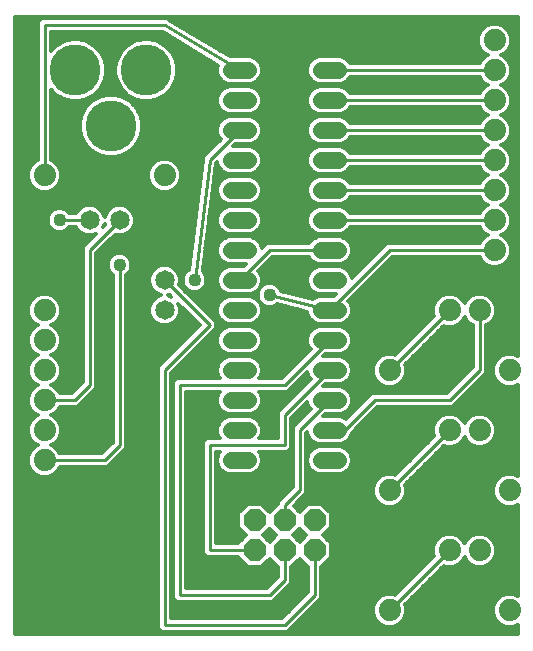
<source format=gbl>
G75*
%MOIN*%
%OFA0B0*%
%FSLAX25Y25*%
%IPPOS*%
%LPD*%
%AMOC8*
5,1,8,0,0,1.08239X$1,22.5*
%
%ADD10C,0.06500*%
%ADD11C,0.17000*%
%ADD12C,0.07400*%
%ADD13OC8,0.07400*%
%ADD14C,0.05600*%
%ADD15C,0.01000*%
%ADD16C,0.04362*%
%ADD17C,0.01200*%
D10*
X0065000Y0112860D03*
X0065000Y0122860D03*
X0050000Y0142860D03*
X0040000Y0142860D03*
D11*
X0047126Y0174356D03*
X0058937Y0192860D03*
X0035315Y0192860D03*
D12*
X0025000Y0157860D03*
X0065000Y0157860D03*
X0025000Y0112860D03*
X0025000Y0102860D03*
X0025000Y0092860D03*
X0025000Y0082860D03*
X0025000Y0072860D03*
X0025000Y0062860D03*
X0140000Y0052860D03*
X0160000Y0072860D03*
X0170000Y0072860D03*
X0180000Y0052860D03*
X0170000Y0032860D03*
X0160000Y0032860D03*
X0140000Y0012860D03*
X0180000Y0012860D03*
X0180000Y0092860D03*
X0170000Y0112860D03*
X0160000Y0112860D03*
X0175000Y0132860D03*
X0175000Y0142860D03*
X0175000Y0152860D03*
X0175000Y0162860D03*
X0175000Y0172860D03*
X0175000Y0182860D03*
X0175000Y0192860D03*
X0175000Y0202860D03*
X0140000Y0092860D03*
D13*
X0115000Y0042860D03*
X0115000Y0032860D03*
X0105000Y0032860D03*
X0105000Y0042860D03*
X0095000Y0042860D03*
X0095000Y0032860D03*
D14*
X0092800Y0062860D02*
X0087200Y0062860D01*
X0087200Y0072860D02*
X0092800Y0072860D01*
X0092800Y0082860D02*
X0087200Y0082860D01*
X0087200Y0092860D02*
X0092800Y0092860D01*
X0092800Y0102860D02*
X0087200Y0102860D01*
X0087200Y0112860D02*
X0092800Y0112860D01*
X0092800Y0122860D02*
X0087200Y0122860D01*
X0087200Y0132860D02*
X0092800Y0132860D01*
X0092800Y0142860D02*
X0087200Y0142860D01*
X0087200Y0152860D02*
X0092800Y0152860D01*
X0092800Y0162860D02*
X0087200Y0162860D01*
X0087200Y0172860D02*
X0092800Y0172860D01*
X0092800Y0182860D02*
X0087200Y0182860D01*
X0087200Y0192860D02*
X0092800Y0192860D01*
X0117200Y0192860D02*
X0122800Y0192860D01*
X0122800Y0182860D02*
X0117200Y0182860D01*
X0117200Y0172860D02*
X0122800Y0172860D01*
X0122800Y0162860D02*
X0117200Y0162860D01*
X0117200Y0152860D02*
X0122800Y0152860D01*
X0122800Y0142860D02*
X0117200Y0142860D01*
X0117200Y0132860D02*
X0122800Y0132860D01*
X0122800Y0122860D02*
X0117200Y0122860D01*
X0117200Y0112860D02*
X0122800Y0112860D01*
X0122800Y0102860D02*
X0117200Y0102860D01*
X0117200Y0092860D02*
X0122800Y0092860D01*
X0122800Y0082860D02*
X0117200Y0082860D01*
X0117200Y0072860D02*
X0122800Y0072860D01*
X0122800Y0062860D02*
X0117200Y0062860D01*
D15*
X0120000Y0072860D02*
X0125000Y0072860D01*
X0135000Y0082860D01*
X0160000Y0082860D01*
X0170000Y0092860D01*
X0170000Y0112860D01*
X0160000Y0112860D02*
X0140000Y0092860D01*
X0120000Y0092860D02*
X0105000Y0077860D01*
X0105000Y0067860D01*
X0080000Y0067860D01*
X0080000Y0032860D01*
X0095000Y0032860D01*
X0105000Y0032860D02*
X0105000Y0022860D01*
X0100000Y0017860D01*
X0070000Y0017860D01*
X0070000Y0087860D01*
X0105000Y0087860D01*
X0120000Y0102860D01*
X0120000Y0112860D02*
X0140000Y0132860D01*
X0175000Y0132860D01*
X0175000Y0142860D02*
X0120000Y0142860D01*
X0120000Y0152860D02*
X0175000Y0152860D01*
X0175000Y0162860D02*
X0120000Y0162860D01*
X0120000Y0172860D02*
X0175000Y0172860D01*
X0175000Y0182860D02*
X0120000Y0182860D01*
X0120000Y0192860D02*
X0175000Y0192860D01*
X0120000Y0132860D02*
X0100000Y0132860D01*
X0090000Y0122860D01*
X0100000Y0117860D02*
X0120000Y0112860D01*
X0120000Y0082860D02*
X0110000Y0072860D01*
X0110000Y0052860D01*
X0105000Y0047860D01*
X0105000Y0042860D01*
X0115000Y0032860D02*
X0115000Y0017860D01*
X0105000Y0007860D01*
X0065000Y0007860D01*
X0065000Y0092860D01*
X0080000Y0107860D01*
X0065000Y0122860D01*
X0075000Y0122860D02*
X0080000Y0162860D01*
X0090000Y0172860D01*
X0090000Y0192860D02*
X0065000Y0207860D01*
X0025000Y0207860D01*
X0025000Y0157860D01*
X0030000Y0142860D02*
X0040000Y0142860D01*
X0050000Y0142860D02*
X0040000Y0132860D01*
X0040000Y0087860D01*
X0035000Y0082860D01*
X0025000Y0082860D01*
X0025000Y0062860D02*
X0045000Y0062860D01*
X0050000Y0067860D01*
X0050000Y0127860D01*
X0140000Y0052860D02*
X0160000Y0072860D01*
X0160000Y0032860D02*
X0140000Y0012860D01*
D16*
X0100000Y0117860D03*
X0075000Y0122860D03*
X0050000Y0127860D03*
X0030000Y0142860D03*
D17*
X0015000Y0210660D02*
X0015000Y0005060D01*
X0182800Y0005060D01*
X0182800Y0008067D01*
X0181094Y0007360D01*
X0178906Y0007360D01*
X0176884Y0008197D01*
X0175337Y0009744D01*
X0174500Y0011766D01*
X0174500Y0013954D01*
X0175337Y0015975D01*
X0176884Y0017523D01*
X0178906Y0018360D01*
X0181094Y0018360D01*
X0182800Y0017653D01*
X0182800Y0048067D01*
X0181094Y0047360D01*
X0178906Y0047360D01*
X0176884Y0048197D01*
X0175337Y0049744D01*
X0174500Y0051766D01*
X0174500Y0053954D01*
X0175337Y0055975D01*
X0176884Y0057523D01*
X0178906Y0058360D01*
X0181094Y0058360D01*
X0182800Y0057653D01*
X0182800Y0088067D01*
X0181094Y0087360D01*
X0178906Y0087360D01*
X0176884Y0088197D01*
X0175337Y0089744D01*
X0174500Y0091766D01*
X0174500Y0093954D01*
X0175337Y0095975D01*
X0176884Y0097523D01*
X0178906Y0098360D01*
X0181094Y0098360D01*
X0182800Y0097653D01*
X0182800Y0210660D01*
X0015000Y0210660D01*
X0015000Y0210202D02*
X0064887Y0210202D01*
X0064717Y0210160D02*
X0065366Y0210322D01*
X0065637Y0210160D01*
X0065953Y0210160D01*
X0066426Y0209687D01*
X0086804Y0197460D01*
X0093715Y0197460D01*
X0095406Y0196760D01*
X0096700Y0195466D01*
X0097400Y0193775D01*
X0097400Y0191945D01*
X0096700Y0190254D01*
X0095406Y0188960D01*
X0093715Y0188260D01*
X0086285Y0188260D01*
X0084594Y0188960D01*
X0083300Y0190254D01*
X0082600Y0191945D01*
X0082600Y0193775D01*
X0082880Y0194450D01*
X0064363Y0205560D01*
X0027300Y0205560D01*
X0027300Y0199411D01*
X0028991Y0201102D01*
X0031339Y0202458D01*
X0033959Y0203160D01*
X0036671Y0203160D01*
X0039291Y0202458D01*
X0041639Y0201102D01*
X0043557Y0199184D01*
X0044913Y0196836D01*
X0045615Y0194216D01*
X0045615Y0191504D01*
X0044913Y0188884D01*
X0043557Y0186536D01*
X0041639Y0184618D01*
X0039291Y0183262D01*
X0036671Y0182560D01*
X0033959Y0182560D01*
X0031339Y0183262D01*
X0028991Y0184618D01*
X0027300Y0186309D01*
X0027300Y0162860D01*
X0028115Y0162523D01*
X0029663Y0160975D01*
X0030500Y0158954D01*
X0030500Y0156766D01*
X0029663Y0154744D01*
X0028115Y0153197D01*
X0026094Y0152360D01*
X0023906Y0152360D01*
X0021884Y0153197D01*
X0020337Y0154744D01*
X0019500Y0156766D01*
X0019500Y0158954D01*
X0020337Y0160975D01*
X0021884Y0162523D01*
X0022700Y0162860D01*
X0022700Y0208813D01*
X0024047Y0210160D01*
X0064717Y0210160D01*
X0065566Y0210202D02*
X0182800Y0210202D01*
X0182800Y0209004D02*
X0067564Y0209004D01*
X0069561Y0207805D02*
X0172567Y0207805D01*
X0171884Y0207523D02*
X0173906Y0208360D01*
X0176094Y0208360D01*
X0178115Y0207523D01*
X0179663Y0205975D01*
X0180500Y0203954D01*
X0180500Y0201766D01*
X0179663Y0199744D01*
X0178115Y0198197D01*
X0177301Y0197860D01*
X0178115Y0197523D01*
X0179663Y0195975D01*
X0180500Y0193954D01*
X0180500Y0191766D01*
X0179663Y0189744D01*
X0178115Y0188197D01*
X0177301Y0187860D01*
X0178115Y0187523D01*
X0179663Y0185975D01*
X0180500Y0183954D01*
X0180500Y0181766D01*
X0179663Y0179744D01*
X0178115Y0178197D01*
X0177301Y0177860D01*
X0178115Y0177523D01*
X0179663Y0175975D01*
X0180500Y0173954D01*
X0180500Y0171766D01*
X0179663Y0169744D01*
X0178115Y0168197D01*
X0177301Y0167860D01*
X0178115Y0167523D01*
X0179663Y0165975D01*
X0180500Y0163954D01*
X0180500Y0161766D01*
X0179663Y0159744D01*
X0178115Y0158197D01*
X0177301Y0157860D01*
X0178115Y0157523D01*
X0179663Y0155975D01*
X0180500Y0153954D01*
X0180500Y0151766D01*
X0179663Y0149744D01*
X0178115Y0148197D01*
X0177301Y0147860D01*
X0178115Y0147523D01*
X0179663Y0145975D01*
X0180500Y0143954D01*
X0180500Y0141766D01*
X0179663Y0139744D01*
X0178115Y0138197D01*
X0177301Y0137860D01*
X0178115Y0137523D01*
X0179663Y0135975D01*
X0180500Y0133954D01*
X0180500Y0131766D01*
X0179663Y0129744D01*
X0178115Y0128197D01*
X0176094Y0127360D01*
X0173906Y0127360D01*
X0171884Y0128197D01*
X0170337Y0129744D01*
X0170000Y0130560D01*
X0140953Y0130560D01*
X0126279Y0115886D01*
X0126700Y0115466D01*
X0127400Y0113775D01*
X0127400Y0111945D01*
X0126700Y0110254D01*
X0125406Y0108960D01*
X0123715Y0108260D01*
X0116285Y0108260D01*
X0114594Y0108960D01*
X0113300Y0110254D01*
X0112600Y0111945D01*
X0112600Y0112339D01*
X0102607Y0114837D01*
X0102255Y0114485D01*
X0100792Y0113879D01*
X0099208Y0113879D01*
X0097745Y0114485D01*
X0096625Y0115605D01*
X0096019Y0117068D01*
X0096019Y0118652D01*
X0096625Y0120115D01*
X0097745Y0121235D01*
X0099208Y0121841D01*
X0100792Y0121841D01*
X0102255Y0121235D01*
X0103375Y0120115D01*
X0103711Y0119303D01*
X0114452Y0116618D01*
X0114594Y0116760D01*
X0116285Y0117460D01*
X0121347Y0117460D01*
X0122147Y0118260D01*
X0116285Y0118260D01*
X0114594Y0118960D01*
X0113300Y0120254D01*
X0112600Y0121945D01*
X0112600Y0123775D01*
X0113300Y0125466D01*
X0114594Y0126760D01*
X0116285Y0127460D01*
X0123715Y0127460D01*
X0125406Y0126760D01*
X0126700Y0125466D01*
X0127400Y0123775D01*
X0127400Y0123513D01*
X0137700Y0133813D01*
X0139047Y0135160D01*
X0170000Y0135160D01*
X0170337Y0135975D01*
X0171884Y0137523D01*
X0172699Y0137860D01*
X0171884Y0138197D01*
X0170337Y0139744D01*
X0170000Y0140560D01*
X0126826Y0140560D01*
X0126700Y0140254D01*
X0125406Y0138960D01*
X0123715Y0138260D01*
X0116285Y0138260D01*
X0114594Y0138960D01*
X0113300Y0140254D01*
X0112600Y0141945D01*
X0112600Y0143775D01*
X0113300Y0145466D01*
X0114594Y0146760D01*
X0116285Y0147460D01*
X0123715Y0147460D01*
X0125406Y0146760D01*
X0126700Y0145466D01*
X0126826Y0145160D01*
X0170000Y0145160D01*
X0170337Y0145975D01*
X0171884Y0147523D01*
X0172699Y0147860D01*
X0171884Y0148197D01*
X0170337Y0149744D01*
X0170000Y0150560D01*
X0126826Y0150560D01*
X0126700Y0150254D01*
X0125406Y0148960D01*
X0123715Y0148260D01*
X0116285Y0148260D01*
X0114594Y0148960D01*
X0113300Y0150254D01*
X0112600Y0151945D01*
X0112600Y0153775D01*
X0113300Y0155466D01*
X0114594Y0156760D01*
X0116285Y0157460D01*
X0123715Y0157460D01*
X0125406Y0156760D01*
X0126700Y0155466D01*
X0126826Y0155160D01*
X0170000Y0155160D01*
X0170337Y0155975D01*
X0171884Y0157523D01*
X0172699Y0157860D01*
X0171884Y0158197D01*
X0170337Y0159744D01*
X0170000Y0160560D01*
X0126826Y0160560D01*
X0126700Y0160254D01*
X0125406Y0158960D01*
X0123715Y0158260D01*
X0116285Y0158260D01*
X0114594Y0158960D01*
X0113300Y0160254D01*
X0112600Y0161945D01*
X0112600Y0163775D01*
X0113300Y0165466D01*
X0114594Y0166760D01*
X0116285Y0167460D01*
X0123715Y0167460D01*
X0125406Y0166760D01*
X0126700Y0165466D01*
X0126826Y0165160D01*
X0170000Y0165160D01*
X0170337Y0165975D01*
X0171884Y0167523D01*
X0172699Y0167860D01*
X0171884Y0168197D01*
X0170337Y0169744D01*
X0170000Y0170560D01*
X0126826Y0170560D01*
X0126700Y0170254D01*
X0125406Y0168960D01*
X0123715Y0168260D01*
X0116285Y0168260D01*
X0114594Y0168960D01*
X0113300Y0170254D01*
X0112600Y0171945D01*
X0112600Y0173775D01*
X0113300Y0175466D01*
X0114594Y0176760D01*
X0116285Y0177460D01*
X0123715Y0177460D01*
X0125406Y0176760D01*
X0126700Y0175466D01*
X0126826Y0175160D01*
X0170000Y0175160D01*
X0170337Y0175975D01*
X0171884Y0177523D01*
X0172699Y0177860D01*
X0171884Y0178197D01*
X0170337Y0179744D01*
X0170000Y0180560D01*
X0126826Y0180560D01*
X0126700Y0180254D01*
X0125406Y0178960D01*
X0123715Y0178260D01*
X0116285Y0178260D01*
X0114594Y0178960D01*
X0113300Y0180254D01*
X0112600Y0181945D01*
X0112600Y0183775D01*
X0113300Y0185466D01*
X0114594Y0186760D01*
X0116285Y0187460D01*
X0123715Y0187460D01*
X0125406Y0186760D01*
X0126700Y0185466D01*
X0126826Y0185160D01*
X0170000Y0185160D01*
X0170337Y0185975D01*
X0171884Y0187523D01*
X0172699Y0187860D01*
X0171884Y0188197D01*
X0170337Y0189744D01*
X0170000Y0190560D01*
X0126826Y0190560D01*
X0126700Y0190254D01*
X0125406Y0188960D01*
X0123715Y0188260D01*
X0116285Y0188260D01*
X0114594Y0188960D01*
X0113300Y0190254D01*
X0112600Y0191945D01*
X0112600Y0193775D01*
X0113300Y0195466D01*
X0114594Y0196760D01*
X0116285Y0197460D01*
X0123715Y0197460D01*
X0125406Y0196760D01*
X0126700Y0195466D01*
X0126826Y0195160D01*
X0170000Y0195160D01*
X0170337Y0195975D01*
X0171884Y0197523D01*
X0172699Y0197860D01*
X0171884Y0198197D01*
X0170337Y0199744D01*
X0169500Y0201766D01*
X0169500Y0203954D01*
X0170337Y0205975D01*
X0171884Y0207523D01*
X0170969Y0206607D02*
X0071559Y0206607D01*
X0073556Y0205408D02*
X0170102Y0205408D01*
X0169606Y0204210D02*
X0075554Y0204210D01*
X0077551Y0203011D02*
X0169500Y0203011D01*
X0169500Y0201813D02*
X0079549Y0201813D01*
X0081546Y0200614D02*
X0169977Y0200614D01*
X0170666Y0199416D02*
X0083544Y0199416D01*
X0085541Y0198217D02*
X0171864Y0198217D01*
X0171381Y0197019D02*
X0124780Y0197019D01*
X0126345Y0195820D02*
X0170273Y0195820D01*
X0170303Y0189828D02*
X0126273Y0189828D01*
X0124606Y0188629D02*
X0171453Y0188629D01*
X0171793Y0187431D02*
X0123786Y0187431D01*
X0125933Y0186232D02*
X0170594Y0186232D01*
X0170132Y0180240D02*
X0126685Y0180240D01*
X0125487Y0179041D02*
X0171041Y0179041D01*
X0172657Y0177843D02*
X0056855Y0177843D01*
X0056724Y0178332D02*
X0057426Y0175712D01*
X0057426Y0173000D01*
X0056724Y0170380D01*
X0055368Y0168032D01*
X0053450Y0166114D01*
X0051102Y0164758D01*
X0048482Y0164056D01*
X0045770Y0164056D01*
X0043150Y0164758D01*
X0040802Y0166114D01*
X0038884Y0168032D01*
X0037528Y0170380D01*
X0036826Y0173000D01*
X0036826Y0175712D01*
X0037528Y0178332D01*
X0038884Y0180680D01*
X0040802Y0182598D01*
X0043150Y0183954D01*
X0045770Y0184656D01*
X0048482Y0184656D01*
X0051102Y0183954D01*
X0053450Y0182598D01*
X0055368Y0180680D01*
X0056724Y0178332D01*
X0056314Y0179041D02*
X0084513Y0179041D01*
X0084594Y0178960D02*
X0086285Y0178260D01*
X0093715Y0178260D01*
X0095406Y0178960D01*
X0096700Y0180254D01*
X0097400Y0181945D01*
X0097400Y0183775D01*
X0096700Y0185466D01*
X0095406Y0186760D01*
X0093715Y0187460D01*
X0086285Y0187460D01*
X0084594Y0186760D01*
X0083300Y0185466D01*
X0082600Y0183775D01*
X0082600Y0181945D01*
X0083300Y0180254D01*
X0084594Y0178960D01*
X0083315Y0180240D02*
X0055622Y0180240D01*
X0054610Y0181438D02*
X0082810Y0181438D01*
X0082600Y0182637D02*
X0060579Y0182637D01*
X0060293Y0182560D02*
X0062913Y0183262D01*
X0065261Y0184618D01*
X0067179Y0186536D01*
X0068535Y0188884D01*
X0069237Y0191504D01*
X0069237Y0194216D01*
X0068535Y0196836D01*
X0067179Y0199184D01*
X0065261Y0201102D01*
X0062913Y0202458D01*
X0060293Y0203160D01*
X0057581Y0203160D01*
X0054961Y0202458D01*
X0052613Y0201102D01*
X0050695Y0199184D01*
X0049339Y0196836D01*
X0048637Y0194216D01*
X0048637Y0191504D01*
X0049339Y0188884D01*
X0050695Y0186536D01*
X0052613Y0184618D01*
X0054961Y0183262D01*
X0057581Y0182560D01*
X0060293Y0182560D01*
X0057295Y0182637D02*
X0053383Y0182637D01*
X0053968Y0183835D02*
X0051308Y0183835D01*
X0052197Y0185034D02*
X0042055Y0185034D01*
X0042944Y0183835D02*
X0040284Y0183835D01*
X0040868Y0182637D02*
X0036957Y0182637D01*
X0038629Y0180240D02*
X0027300Y0180240D01*
X0027300Y0181438D02*
X0039642Y0181438D01*
X0037938Y0179041D02*
X0027300Y0179041D01*
X0027300Y0177843D02*
X0037397Y0177843D01*
X0037076Y0176644D02*
X0027300Y0176644D01*
X0027300Y0175446D02*
X0036826Y0175446D01*
X0036826Y0174247D02*
X0027300Y0174247D01*
X0027300Y0173049D02*
X0036826Y0173049D01*
X0037134Y0171850D02*
X0027300Y0171850D01*
X0027300Y0170652D02*
X0037455Y0170652D01*
X0038063Y0169453D02*
X0027300Y0169453D01*
X0027300Y0168255D02*
X0038755Y0168255D01*
X0039860Y0167056D02*
X0027300Y0167056D01*
X0027300Y0165858D02*
X0041246Y0165858D01*
X0043520Y0164659D02*
X0027300Y0164659D01*
X0027300Y0163461D02*
X0077700Y0163461D01*
X0077700Y0163813D02*
X0077700Y0163003D01*
X0073124Y0126392D01*
X0072745Y0126235D01*
X0071625Y0125115D01*
X0071019Y0123652D01*
X0071019Y0122068D01*
X0071625Y0120605D01*
X0072745Y0119485D01*
X0074208Y0118879D01*
X0075792Y0118879D01*
X0077255Y0119485D01*
X0078375Y0120605D01*
X0078981Y0122068D01*
X0078981Y0123652D01*
X0078375Y0125115D01*
X0077686Y0125804D01*
X0082184Y0161792D01*
X0082600Y0162207D01*
X0082600Y0161945D01*
X0083300Y0160254D01*
X0084594Y0158960D01*
X0086285Y0158260D01*
X0093715Y0158260D01*
X0095406Y0158960D01*
X0096700Y0160254D01*
X0097400Y0161945D01*
X0097400Y0163775D01*
X0096700Y0165466D01*
X0095406Y0166760D01*
X0093715Y0167460D01*
X0087853Y0167460D01*
X0088653Y0168260D01*
X0093715Y0168260D01*
X0095406Y0168960D01*
X0096700Y0170254D01*
X0097400Y0171945D01*
X0097400Y0173775D01*
X0096700Y0175466D01*
X0095406Y0176760D01*
X0093715Y0177460D01*
X0086285Y0177460D01*
X0084594Y0176760D01*
X0083300Y0175466D01*
X0082600Y0173775D01*
X0082600Y0171945D01*
X0083300Y0170254D01*
X0083721Y0169834D01*
X0078475Y0164588D01*
X0077836Y0164091D01*
X0077816Y0163928D01*
X0077700Y0163813D01*
X0078546Y0164659D02*
X0050732Y0164659D01*
X0053006Y0165858D02*
X0079745Y0165858D01*
X0080943Y0167056D02*
X0054392Y0167056D01*
X0055497Y0168255D02*
X0082142Y0168255D01*
X0083340Y0169453D02*
X0056189Y0169453D01*
X0056797Y0170652D02*
X0083136Y0170652D01*
X0082639Y0171850D02*
X0057118Y0171850D01*
X0057426Y0173049D02*
X0082600Y0173049D01*
X0082796Y0174247D02*
X0057426Y0174247D01*
X0057426Y0175446D02*
X0083292Y0175446D01*
X0084479Y0176644D02*
X0057176Y0176644D01*
X0063906Y0183835D02*
X0082625Y0183835D01*
X0083121Y0185034D02*
X0065677Y0185034D01*
X0066876Y0186232D02*
X0084067Y0186232D01*
X0086214Y0187431D02*
X0067696Y0187431D01*
X0068388Y0188629D02*
X0085394Y0188629D01*
X0083727Y0189828D02*
X0068788Y0189828D01*
X0069109Y0191026D02*
X0082981Y0191026D01*
X0082600Y0192225D02*
X0069237Y0192225D01*
X0069237Y0193423D02*
X0082600Y0193423D01*
X0082593Y0194622D02*
X0069128Y0194622D01*
X0068807Y0195820D02*
X0080596Y0195820D01*
X0078598Y0197019D02*
X0068429Y0197019D01*
X0067737Y0198217D02*
X0076601Y0198217D01*
X0074603Y0199416D02*
X0066948Y0199416D01*
X0065749Y0200614D02*
X0072606Y0200614D01*
X0070608Y0201813D02*
X0064030Y0201813D01*
X0066613Y0204210D02*
X0027300Y0204210D01*
X0027300Y0205408D02*
X0064616Y0205408D01*
X0060848Y0203011D02*
X0068611Y0203011D01*
X0057026Y0203011D02*
X0037226Y0203011D01*
X0040408Y0201813D02*
X0053844Y0201813D01*
X0052125Y0200614D02*
X0042127Y0200614D01*
X0043325Y0199416D02*
X0050926Y0199416D01*
X0050137Y0198217D02*
X0044115Y0198217D01*
X0044807Y0197019D02*
X0049445Y0197019D01*
X0049067Y0195820D02*
X0045185Y0195820D01*
X0045506Y0194622D02*
X0048746Y0194622D01*
X0048637Y0193423D02*
X0045615Y0193423D01*
X0045615Y0192225D02*
X0048637Y0192225D01*
X0048765Y0191026D02*
X0045487Y0191026D01*
X0045166Y0189828D02*
X0049086Y0189828D01*
X0049486Y0188629D02*
X0044766Y0188629D01*
X0044074Y0187431D02*
X0050178Y0187431D01*
X0050998Y0186232D02*
X0043254Y0186232D01*
X0033673Y0182637D02*
X0027300Y0182637D01*
X0027300Y0183835D02*
X0030346Y0183835D01*
X0028575Y0185034D02*
X0027300Y0185034D01*
X0027300Y0186232D02*
X0027376Y0186232D01*
X0022700Y0186232D02*
X0015000Y0186232D01*
X0015000Y0185034D02*
X0022700Y0185034D01*
X0022700Y0183835D02*
X0015000Y0183835D01*
X0015000Y0182637D02*
X0022700Y0182637D01*
X0022700Y0181438D02*
X0015000Y0181438D01*
X0015000Y0180240D02*
X0022700Y0180240D01*
X0022700Y0179041D02*
X0015000Y0179041D01*
X0015000Y0177843D02*
X0022700Y0177843D01*
X0022700Y0176644D02*
X0015000Y0176644D01*
X0015000Y0175446D02*
X0022700Y0175446D01*
X0022700Y0174247D02*
X0015000Y0174247D01*
X0015000Y0173049D02*
X0022700Y0173049D01*
X0022700Y0171850D02*
X0015000Y0171850D01*
X0015000Y0170652D02*
X0022700Y0170652D01*
X0022700Y0169453D02*
X0015000Y0169453D01*
X0015000Y0168255D02*
X0022700Y0168255D01*
X0022700Y0167056D02*
X0015000Y0167056D01*
X0015000Y0165858D02*
X0022700Y0165858D01*
X0022700Y0164659D02*
X0015000Y0164659D01*
X0015000Y0163461D02*
X0022700Y0163461D01*
X0021624Y0162262D02*
X0015000Y0162262D01*
X0015000Y0161063D02*
X0020425Y0161063D01*
X0019877Y0159865D02*
X0015000Y0159865D01*
X0015000Y0158666D02*
X0019500Y0158666D01*
X0019500Y0157468D02*
X0015000Y0157468D01*
X0015000Y0156269D02*
X0019706Y0156269D01*
X0020202Y0155071D02*
X0015000Y0155071D01*
X0015000Y0153872D02*
X0021209Y0153872D01*
X0023148Y0152674D02*
X0015000Y0152674D01*
X0015000Y0151475D02*
X0076259Y0151475D01*
X0076109Y0150277D02*
X0015000Y0150277D01*
X0015000Y0149078D02*
X0075959Y0149078D01*
X0075810Y0147880D02*
X0051077Y0147880D01*
X0051005Y0147910D02*
X0048995Y0147910D01*
X0047139Y0147141D01*
X0045719Y0145721D01*
X0045000Y0143985D01*
X0044281Y0145721D01*
X0042861Y0147141D01*
X0041005Y0147910D01*
X0038995Y0147910D01*
X0037139Y0147141D01*
X0035719Y0145721D01*
X0035487Y0145160D01*
X0033330Y0145160D01*
X0032255Y0146235D01*
X0030792Y0146841D01*
X0029208Y0146841D01*
X0027745Y0146235D01*
X0026625Y0145115D01*
X0026019Y0143652D01*
X0026019Y0142068D01*
X0026625Y0140605D01*
X0027745Y0139485D01*
X0029208Y0138879D01*
X0030792Y0138879D01*
X0032255Y0139485D01*
X0033330Y0140560D01*
X0035487Y0140560D01*
X0035719Y0139999D01*
X0037139Y0138579D01*
X0038995Y0137810D01*
X0041005Y0137810D01*
X0042187Y0138300D01*
X0039047Y0135160D01*
X0037700Y0133813D01*
X0037700Y0088813D01*
X0034047Y0085160D01*
X0030000Y0085160D01*
X0029663Y0085975D01*
X0028115Y0087523D01*
X0027301Y0087860D01*
X0028115Y0088197D01*
X0029663Y0089744D01*
X0030500Y0091766D01*
X0030500Y0093954D01*
X0029663Y0095975D01*
X0028115Y0097523D01*
X0027301Y0097860D01*
X0028115Y0098197D01*
X0029663Y0099744D01*
X0030500Y0101766D01*
X0030500Y0103954D01*
X0029663Y0105975D01*
X0028115Y0107523D01*
X0027301Y0107860D01*
X0028115Y0108197D01*
X0029663Y0109744D01*
X0030500Y0111766D01*
X0030500Y0113954D01*
X0029663Y0115975D01*
X0028115Y0117523D01*
X0026094Y0118360D01*
X0023906Y0118360D01*
X0021884Y0117523D01*
X0020337Y0115975D01*
X0019500Y0113954D01*
X0019500Y0111766D01*
X0020337Y0109744D01*
X0021884Y0108197D01*
X0022699Y0107860D01*
X0021884Y0107523D01*
X0020337Y0105975D01*
X0019500Y0103954D01*
X0019500Y0101766D01*
X0020337Y0099744D01*
X0021884Y0098197D01*
X0022699Y0097860D01*
X0021884Y0097523D01*
X0020337Y0095975D01*
X0019500Y0093954D01*
X0019500Y0091766D01*
X0020337Y0089744D01*
X0021884Y0088197D01*
X0022699Y0087860D01*
X0021884Y0087523D01*
X0020337Y0085975D01*
X0019500Y0083954D01*
X0019500Y0081766D01*
X0020337Y0079744D01*
X0021884Y0078197D01*
X0022699Y0077860D01*
X0021884Y0077523D01*
X0020337Y0075975D01*
X0019500Y0073954D01*
X0019500Y0071766D01*
X0020337Y0069744D01*
X0021884Y0068197D01*
X0022699Y0067860D01*
X0021884Y0067523D01*
X0020337Y0065975D01*
X0019500Y0063954D01*
X0019500Y0061766D01*
X0020337Y0059744D01*
X0021884Y0058197D01*
X0023906Y0057360D01*
X0026094Y0057360D01*
X0028115Y0058197D01*
X0029663Y0059744D01*
X0030000Y0060560D01*
X0045953Y0060560D01*
X0047300Y0061907D01*
X0052300Y0066907D01*
X0052300Y0124530D01*
X0053375Y0125605D01*
X0053981Y0127068D01*
X0053981Y0128652D01*
X0053375Y0130115D01*
X0052255Y0131235D01*
X0050792Y0131841D01*
X0049208Y0131841D01*
X0047745Y0131235D01*
X0046625Y0130115D01*
X0046019Y0128652D01*
X0046019Y0127068D01*
X0046625Y0125605D01*
X0047700Y0124530D01*
X0047700Y0068813D01*
X0044047Y0065160D01*
X0030000Y0065160D01*
X0029663Y0065975D01*
X0028115Y0067523D01*
X0027301Y0067860D01*
X0028115Y0068197D01*
X0029663Y0069744D01*
X0030500Y0071766D01*
X0030500Y0073954D01*
X0029663Y0075975D01*
X0028115Y0077523D01*
X0027301Y0077860D01*
X0028115Y0078197D01*
X0029663Y0079744D01*
X0030000Y0080560D01*
X0035953Y0080560D01*
X0037300Y0081907D01*
X0042300Y0086907D01*
X0042300Y0131907D01*
X0048435Y0138042D01*
X0048995Y0137810D01*
X0051005Y0137810D01*
X0052861Y0138579D01*
X0054281Y0139999D01*
X0055050Y0141855D01*
X0055050Y0143864D01*
X0054281Y0145721D01*
X0052861Y0147141D01*
X0051005Y0147910D01*
X0048923Y0147880D02*
X0041077Y0147880D01*
X0038923Y0147880D02*
X0015000Y0147880D01*
X0015000Y0146681D02*
X0028822Y0146681D01*
X0026993Y0145483D02*
X0015000Y0145483D01*
X0015000Y0144284D02*
X0026281Y0144284D01*
X0026019Y0143086D02*
X0015000Y0143086D01*
X0015000Y0141887D02*
X0026094Y0141887D01*
X0026590Y0140689D02*
X0015000Y0140689D01*
X0015000Y0139490D02*
X0027740Y0139490D01*
X0032260Y0139490D02*
X0036228Y0139490D01*
X0037832Y0138292D02*
X0015000Y0138292D01*
X0015000Y0137093D02*
X0040981Y0137093D01*
X0042168Y0138292D02*
X0042179Y0138292D01*
X0044560Y0140673D02*
X0045000Y0141735D01*
X0045182Y0141295D01*
X0044560Y0140673D01*
X0044567Y0140689D02*
X0044576Y0140689D01*
X0044876Y0144284D02*
X0045124Y0144284D01*
X0045620Y0145483D02*
X0044380Y0145483D01*
X0043320Y0146681D02*
X0046680Y0146681D01*
X0053320Y0146681D02*
X0075660Y0146681D01*
X0075510Y0145483D02*
X0054380Y0145483D01*
X0054876Y0144284D02*
X0075360Y0144284D01*
X0075210Y0143086D02*
X0055050Y0143086D01*
X0055050Y0141887D02*
X0075061Y0141887D01*
X0074911Y0140689D02*
X0054567Y0140689D01*
X0053772Y0139490D02*
X0074761Y0139490D01*
X0074611Y0138292D02*
X0052168Y0138292D01*
X0047486Y0137093D02*
X0074461Y0137093D01*
X0074311Y0135895D02*
X0046287Y0135895D01*
X0045089Y0134696D02*
X0074162Y0134696D01*
X0074012Y0133498D02*
X0043890Y0133498D01*
X0042692Y0132299D02*
X0073862Y0132299D01*
X0073712Y0131101D02*
X0052389Y0131101D01*
X0053463Y0129902D02*
X0073562Y0129902D01*
X0073413Y0128704D02*
X0053960Y0128704D01*
X0053981Y0127505D02*
X0063018Y0127505D01*
X0062139Y0127141D02*
X0060719Y0125721D01*
X0059950Y0123864D01*
X0059950Y0121855D01*
X0060719Y0119999D01*
X0062139Y0118579D01*
X0063875Y0117860D01*
X0062139Y0117141D01*
X0060719Y0115721D01*
X0059950Y0113864D01*
X0059950Y0111855D01*
X0060719Y0109999D01*
X0062139Y0108579D01*
X0063995Y0107810D01*
X0066005Y0107810D01*
X0067861Y0108579D01*
X0069281Y0109999D01*
X0070050Y0111855D01*
X0070050Y0113864D01*
X0069560Y0115047D01*
X0076747Y0107860D01*
X0062700Y0093813D01*
X0062700Y0006907D01*
X0064047Y0005560D01*
X0105953Y0005560D01*
X0115953Y0015560D01*
X0117300Y0016907D01*
X0117300Y0027382D01*
X0120500Y0030582D01*
X0120500Y0035138D01*
X0117778Y0037860D01*
X0120500Y0040582D01*
X0120500Y0045138D01*
X0117278Y0048360D01*
X0112722Y0048360D01*
X0110000Y0045638D01*
X0108015Y0047623D01*
X0112300Y0051907D01*
X0112300Y0071907D01*
X0112600Y0072207D01*
X0112600Y0071945D01*
X0113300Y0070254D01*
X0114594Y0068960D01*
X0116285Y0068260D01*
X0123715Y0068260D01*
X0125406Y0068960D01*
X0126700Y0070254D01*
X0127400Y0071945D01*
X0127400Y0072007D01*
X0135953Y0080560D01*
X0160953Y0080560D01*
X0162300Y0081907D01*
X0172300Y0091907D01*
X0172300Y0107860D01*
X0173115Y0108197D01*
X0174663Y0109744D01*
X0175500Y0111766D01*
X0175500Y0113954D01*
X0174663Y0115975D01*
X0173115Y0117523D01*
X0171094Y0118360D01*
X0168906Y0118360D01*
X0166884Y0117523D01*
X0165337Y0115975D01*
X0165000Y0115161D01*
X0164663Y0115975D01*
X0163115Y0117523D01*
X0161094Y0118360D01*
X0158906Y0118360D01*
X0156884Y0117523D01*
X0155337Y0115975D01*
X0154500Y0113954D01*
X0154500Y0111766D01*
X0154838Y0110950D01*
X0141910Y0098022D01*
X0141094Y0098360D01*
X0138906Y0098360D01*
X0136884Y0097523D01*
X0135337Y0095975D01*
X0134500Y0093954D01*
X0134500Y0091766D01*
X0135337Y0089744D01*
X0136884Y0088197D01*
X0138906Y0087360D01*
X0141094Y0087360D01*
X0143115Y0088197D01*
X0144663Y0089744D01*
X0145500Y0091766D01*
X0145500Y0093954D01*
X0145162Y0094770D01*
X0158090Y0107698D01*
X0158906Y0107360D01*
X0161094Y0107360D01*
X0163115Y0108197D01*
X0164663Y0109744D01*
X0165000Y0110559D01*
X0165337Y0109744D01*
X0166884Y0108197D01*
X0167700Y0107860D01*
X0167700Y0093813D01*
X0159047Y0085160D01*
X0134047Y0085160D01*
X0125526Y0076639D01*
X0125406Y0076760D01*
X0123715Y0077460D01*
X0117853Y0077460D01*
X0118653Y0078260D01*
X0123715Y0078260D01*
X0125406Y0078960D01*
X0126700Y0080254D01*
X0127400Y0081945D01*
X0127400Y0083775D01*
X0126700Y0085466D01*
X0125406Y0086760D01*
X0123715Y0087460D01*
X0117853Y0087460D01*
X0118653Y0088260D01*
X0123715Y0088260D01*
X0125406Y0088960D01*
X0126700Y0090254D01*
X0127400Y0091945D01*
X0127400Y0093775D01*
X0126700Y0095466D01*
X0125406Y0096760D01*
X0123715Y0097460D01*
X0117853Y0097460D01*
X0118653Y0098260D01*
X0123715Y0098260D01*
X0125406Y0098960D01*
X0126700Y0100254D01*
X0127400Y0101945D01*
X0127400Y0103775D01*
X0126700Y0105466D01*
X0125406Y0106760D01*
X0123715Y0107460D01*
X0116285Y0107460D01*
X0114594Y0106760D01*
X0113300Y0105466D01*
X0112600Y0103775D01*
X0112600Y0101945D01*
X0113300Y0100254D01*
X0113721Y0099834D01*
X0104047Y0090160D01*
X0096605Y0090160D01*
X0096700Y0090254D01*
X0097400Y0091945D01*
X0097400Y0093775D01*
X0096700Y0095466D01*
X0095406Y0096760D01*
X0093715Y0097460D01*
X0086285Y0097460D01*
X0084594Y0096760D01*
X0083300Y0095466D01*
X0082600Y0093775D01*
X0082600Y0091945D01*
X0083300Y0090254D01*
X0083395Y0090160D01*
X0069047Y0090160D01*
X0067700Y0088813D01*
X0067700Y0016907D01*
X0069047Y0015560D01*
X0100953Y0015560D01*
X0105953Y0020560D01*
X0107300Y0021907D01*
X0107300Y0027382D01*
X0110000Y0030082D01*
X0112700Y0027382D01*
X0112700Y0018813D01*
X0104047Y0010160D01*
X0067300Y0010160D01*
X0067300Y0091907D01*
X0080953Y0105560D01*
X0082300Y0106907D01*
X0082300Y0108813D01*
X0069818Y0121295D01*
X0070050Y0121855D01*
X0070050Y0123864D01*
X0069281Y0125721D01*
X0067861Y0127141D01*
X0066005Y0127910D01*
X0063995Y0127910D01*
X0062139Y0127141D01*
X0061305Y0126307D02*
X0053666Y0126307D01*
X0052878Y0125108D02*
X0060465Y0125108D01*
X0059969Y0123910D02*
X0052300Y0123910D01*
X0052300Y0122711D02*
X0059950Y0122711D01*
X0060092Y0121513D02*
X0052300Y0121513D01*
X0052300Y0120314D02*
X0060588Y0120314D01*
X0061603Y0119116D02*
X0052300Y0119116D01*
X0052300Y0117917D02*
X0063737Y0117917D01*
X0061717Y0116719D02*
X0052300Y0116719D01*
X0052300Y0115520D02*
X0060636Y0115520D01*
X0060139Y0114322D02*
X0052300Y0114322D01*
X0052300Y0113123D02*
X0059950Y0113123D01*
X0059950Y0111925D02*
X0052300Y0111925D01*
X0052300Y0110726D02*
X0060418Y0110726D01*
X0061191Y0109527D02*
X0052300Y0109527D01*
X0052300Y0108329D02*
X0062742Y0108329D01*
X0067257Y0108329D02*
X0076278Y0108329D01*
X0076018Y0107130D02*
X0052300Y0107130D01*
X0052300Y0105932D02*
X0074819Y0105932D01*
X0073621Y0104733D02*
X0052300Y0104733D01*
X0052300Y0103535D02*
X0072422Y0103535D01*
X0071224Y0102336D02*
X0052300Y0102336D01*
X0052300Y0101138D02*
X0070025Y0101138D01*
X0068827Y0099939D02*
X0052300Y0099939D01*
X0052300Y0098741D02*
X0067628Y0098741D01*
X0066430Y0097542D02*
X0052300Y0097542D01*
X0052300Y0096344D02*
X0065231Y0096344D01*
X0064033Y0095145D02*
X0052300Y0095145D01*
X0052300Y0093947D02*
X0062834Y0093947D01*
X0062700Y0092748D02*
X0052300Y0092748D01*
X0052300Y0091550D02*
X0062700Y0091550D01*
X0062700Y0090351D02*
X0052300Y0090351D01*
X0052300Y0089153D02*
X0062700Y0089153D01*
X0062700Y0087954D02*
X0052300Y0087954D01*
X0052300Y0086756D02*
X0062700Y0086756D01*
X0062700Y0085557D02*
X0052300Y0085557D01*
X0052300Y0084359D02*
X0062700Y0084359D01*
X0062700Y0083160D02*
X0052300Y0083160D01*
X0052300Y0081962D02*
X0062700Y0081962D01*
X0062700Y0080763D02*
X0052300Y0080763D01*
X0052300Y0079565D02*
X0062700Y0079565D01*
X0062700Y0078366D02*
X0052300Y0078366D01*
X0052300Y0077168D02*
X0062700Y0077168D01*
X0062700Y0075969D02*
X0052300Y0075969D01*
X0052300Y0074771D02*
X0062700Y0074771D01*
X0062700Y0073572D02*
X0052300Y0073572D01*
X0052300Y0072374D02*
X0062700Y0072374D01*
X0062700Y0071175D02*
X0052300Y0071175D01*
X0052300Y0069977D02*
X0062700Y0069977D01*
X0062700Y0068778D02*
X0052300Y0068778D01*
X0052300Y0067580D02*
X0062700Y0067580D01*
X0062700Y0066381D02*
X0051774Y0066381D01*
X0050575Y0065183D02*
X0062700Y0065183D01*
X0062700Y0063984D02*
X0049377Y0063984D01*
X0048178Y0062786D02*
X0062700Y0062786D01*
X0062700Y0061587D02*
X0046980Y0061587D01*
X0044070Y0065183D02*
X0029991Y0065183D01*
X0029257Y0066381D02*
X0045268Y0066381D01*
X0046467Y0067580D02*
X0027978Y0067580D01*
X0028696Y0068778D02*
X0047665Y0068778D01*
X0047700Y0069977D02*
X0029759Y0069977D01*
X0030255Y0071175D02*
X0047700Y0071175D01*
X0047700Y0072374D02*
X0030500Y0072374D01*
X0030500Y0073572D02*
X0047700Y0073572D01*
X0047700Y0074771D02*
X0030162Y0074771D01*
X0029665Y0075969D02*
X0047700Y0075969D01*
X0047700Y0077168D02*
X0028470Y0077168D01*
X0028284Y0078366D02*
X0047700Y0078366D01*
X0047700Y0079565D02*
X0029483Y0079565D01*
X0029836Y0085557D02*
X0034445Y0085557D01*
X0035643Y0086756D02*
X0028882Y0086756D01*
X0027529Y0087954D02*
X0036842Y0087954D01*
X0037700Y0089153D02*
X0029071Y0089153D01*
X0029914Y0090351D02*
X0037700Y0090351D01*
X0037700Y0091550D02*
X0030410Y0091550D01*
X0030500Y0092748D02*
X0037700Y0092748D01*
X0037700Y0093947D02*
X0030500Y0093947D01*
X0030007Y0095145D02*
X0037700Y0095145D01*
X0037700Y0096344D02*
X0029294Y0096344D01*
X0028068Y0097542D02*
X0037700Y0097542D01*
X0037700Y0098741D02*
X0028659Y0098741D01*
X0029743Y0099939D02*
X0037700Y0099939D01*
X0037700Y0101138D02*
X0030240Y0101138D01*
X0030500Y0102336D02*
X0037700Y0102336D01*
X0037700Y0103535D02*
X0030500Y0103535D01*
X0030177Y0104733D02*
X0037700Y0104733D01*
X0037700Y0105932D02*
X0029681Y0105932D01*
X0028508Y0107130D02*
X0037700Y0107130D01*
X0037700Y0108329D02*
X0028247Y0108329D01*
X0029446Y0109527D02*
X0037700Y0109527D01*
X0037700Y0110726D02*
X0030069Y0110726D01*
X0030500Y0111925D02*
X0037700Y0111925D01*
X0037700Y0113123D02*
X0030500Y0113123D01*
X0030348Y0114322D02*
X0037700Y0114322D01*
X0037700Y0115520D02*
X0029851Y0115520D01*
X0028920Y0116719D02*
X0037700Y0116719D01*
X0037700Y0117917D02*
X0027163Y0117917D01*
X0022837Y0117917D02*
X0015000Y0117917D01*
X0015000Y0116719D02*
X0021080Y0116719D01*
X0020149Y0115520D02*
X0015000Y0115520D01*
X0015000Y0114322D02*
X0019652Y0114322D01*
X0019500Y0113123D02*
X0015000Y0113123D01*
X0015000Y0111925D02*
X0019500Y0111925D01*
X0019931Y0110726D02*
X0015000Y0110726D01*
X0015000Y0109527D02*
X0020554Y0109527D01*
X0021753Y0108329D02*
X0015000Y0108329D01*
X0015000Y0107130D02*
X0021492Y0107130D01*
X0020319Y0105932D02*
X0015000Y0105932D01*
X0015000Y0104733D02*
X0019823Y0104733D01*
X0019500Y0103535D02*
X0015000Y0103535D01*
X0015000Y0102336D02*
X0019500Y0102336D01*
X0019760Y0101138D02*
X0015000Y0101138D01*
X0015000Y0099939D02*
X0020257Y0099939D01*
X0021341Y0098741D02*
X0015000Y0098741D01*
X0015000Y0097542D02*
X0021932Y0097542D01*
X0020706Y0096344D02*
X0015000Y0096344D01*
X0015000Y0095145D02*
X0019993Y0095145D01*
X0019500Y0093947D02*
X0015000Y0093947D01*
X0015000Y0092748D02*
X0019500Y0092748D01*
X0019590Y0091550D02*
X0015000Y0091550D01*
X0015000Y0090351D02*
X0020086Y0090351D01*
X0020929Y0089153D02*
X0015000Y0089153D01*
X0015000Y0087954D02*
X0022471Y0087954D01*
X0021118Y0086756D02*
X0015000Y0086756D01*
X0015000Y0085557D02*
X0020164Y0085557D01*
X0019668Y0084359D02*
X0015000Y0084359D01*
X0015000Y0083160D02*
X0019500Y0083160D01*
X0019500Y0081962D02*
X0015000Y0081962D01*
X0015000Y0080763D02*
X0019915Y0080763D01*
X0020517Y0079565D02*
X0015000Y0079565D01*
X0015000Y0078366D02*
X0021716Y0078366D01*
X0021530Y0077168D02*
X0015000Y0077168D01*
X0015000Y0075969D02*
X0020335Y0075969D01*
X0019838Y0074771D02*
X0015000Y0074771D01*
X0015000Y0073572D02*
X0019500Y0073572D01*
X0019500Y0072374D02*
X0015000Y0072374D01*
X0015000Y0071175D02*
X0019745Y0071175D01*
X0020241Y0069977D02*
X0015000Y0069977D01*
X0015000Y0068778D02*
X0021304Y0068778D01*
X0022022Y0067580D02*
X0015000Y0067580D01*
X0015000Y0066381D02*
X0020743Y0066381D01*
X0020009Y0065183D02*
X0015000Y0065183D01*
X0015000Y0063984D02*
X0019512Y0063984D01*
X0019500Y0062786D02*
X0015000Y0062786D01*
X0015000Y0061587D02*
X0019574Y0061587D01*
X0020071Y0060389D02*
X0015000Y0060389D01*
X0015000Y0059190D02*
X0020892Y0059190D01*
X0022381Y0057992D02*
X0015000Y0057992D01*
X0015000Y0056793D02*
X0062700Y0056793D01*
X0062700Y0055594D02*
X0015000Y0055594D01*
X0015000Y0054396D02*
X0062700Y0054396D01*
X0062700Y0053197D02*
X0015000Y0053197D01*
X0015000Y0051999D02*
X0062700Y0051999D01*
X0062700Y0050800D02*
X0015000Y0050800D01*
X0015000Y0049602D02*
X0062700Y0049602D01*
X0062700Y0048403D02*
X0015000Y0048403D01*
X0015000Y0047205D02*
X0062700Y0047205D01*
X0062700Y0046006D02*
X0015000Y0046006D01*
X0015000Y0044808D02*
X0062700Y0044808D01*
X0062700Y0043609D02*
X0015000Y0043609D01*
X0015000Y0042411D02*
X0062700Y0042411D01*
X0062700Y0041212D02*
X0015000Y0041212D01*
X0015000Y0040014D02*
X0062700Y0040014D01*
X0062700Y0038815D02*
X0015000Y0038815D01*
X0015000Y0037617D02*
X0062700Y0037617D01*
X0062700Y0036418D02*
X0015000Y0036418D01*
X0015000Y0035220D02*
X0062700Y0035220D01*
X0062700Y0034021D02*
X0015000Y0034021D01*
X0015000Y0032823D02*
X0062700Y0032823D01*
X0062700Y0031624D02*
X0015000Y0031624D01*
X0015000Y0030426D02*
X0062700Y0030426D01*
X0062700Y0029227D02*
X0015000Y0029227D01*
X0015000Y0028029D02*
X0062700Y0028029D01*
X0062700Y0026830D02*
X0015000Y0026830D01*
X0015000Y0025632D02*
X0062700Y0025632D01*
X0062700Y0024433D02*
X0015000Y0024433D01*
X0015000Y0023235D02*
X0062700Y0023235D01*
X0062700Y0022036D02*
X0015000Y0022036D01*
X0015000Y0020838D02*
X0062700Y0020838D01*
X0062700Y0019639D02*
X0015000Y0019639D01*
X0015000Y0018441D02*
X0062700Y0018441D01*
X0062700Y0017242D02*
X0015000Y0017242D01*
X0015000Y0016044D02*
X0062700Y0016044D01*
X0062700Y0014845D02*
X0015000Y0014845D01*
X0015000Y0013647D02*
X0062700Y0013647D01*
X0062700Y0012448D02*
X0015000Y0012448D01*
X0015000Y0011250D02*
X0062700Y0011250D01*
X0062700Y0010051D02*
X0015000Y0010051D01*
X0015000Y0008853D02*
X0062700Y0008853D01*
X0062700Y0007654D02*
X0015000Y0007654D01*
X0015000Y0006456D02*
X0063152Y0006456D01*
X0067300Y0011250D02*
X0105137Y0011250D01*
X0106335Y0012448D02*
X0067300Y0012448D01*
X0067300Y0013647D02*
X0107534Y0013647D01*
X0108732Y0014845D02*
X0067300Y0014845D01*
X0067300Y0016044D02*
X0068564Y0016044D01*
X0067700Y0017242D02*
X0067300Y0017242D01*
X0067300Y0018441D02*
X0067700Y0018441D01*
X0067700Y0019639D02*
X0067300Y0019639D01*
X0067300Y0020838D02*
X0067700Y0020838D01*
X0067700Y0022036D02*
X0067300Y0022036D01*
X0067300Y0023235D02*
X0067700Y0023235D01*
X0067700Y0024433D02*
X0067300Y0024433D01*
X0067300Y0025632D02*
X0067700Y0025632D01*
X0067700Y0026830D02*
X0067300Y0026830D01*
X0067300Y0028029D02*
X0067700Y0028029D01*
X0067700Y0029227D02*
X0067300Y0029227D01*
X0067300Y0030426D02*
X0067700Y0030426D01*
X0067700Y0031624D02*
X0067300Y0031624D01*
X0067300Y0032823D02*
X0067700Y0032823D01*
X0067700Y0034021D02*
X0067300Y0034021D01*
X0067300Y0035220D02*
X0067700Y0035220D01*
X0067700Y0036418D02*
X0067300Y0036418D01*
X0067300Y0037617D02*
X0067700Y0037617D01*
X0067700Y0038815D02*
X0067300Y0038815D01*
X0067300Y0040014D02*
X0067700Y0040014D01*
X0067700Y0041212D02*
X0067300Y0041212D01*
X0067300Y0042411D02*
X0067700Y0042411D01*
X0067700Y0043609D02*
X0067300Y0043609D01*
X0067300Y0044808D02*
X0067700Y0044808D01*
X0067700Y0046006D02*
X0067300Y0046006D01*
X0067300Y0047205D02*
X0067700Y0047205D01*
X0067700Y0048403D02*
X0067300Y0048403D01*
X0067300Y0049602D02*
X0067700Y0049602D01*
X0067700Y0050800D02*
X0067300Y0050800D01*
X0067300Y0051999D02*
X0067700Y0051999D01*
X0067700Y0053197D02*
X0067300Y0053197D01*
X0067300Y0054396D02*
X0067700Y0054396D01*
X0067700Y0055594D02*
X0067300Y0055594D01*
X0067300Y0056793D02*
X0067700Y0056793D01*
X0067700Y0057992D02*
X0067300Y0057992D01*
X0067300Y0059190D02*
X0067700Y0059190D01*
X0067700Y0060389D02*
X0067300Y0060389D01*
X0067300Y0061587D02*
X0067700Y0061587D01*
X0067700Y0062786D02*
X0067300Y0062786D01*
X0067300Y0063984D02*
X0067700Y0063984D01*
X0067700Y0065183D02*
X0067300Y0065183D01*
X0067300Y0066381D02*
X0067700Y0066381D01*
X0067700Y0067580D02*
X0067300Y0067580D01*
X0067300Y0068778D02*
X0067700Y0068778D01*
X0067700Y0069977D02*
X0067300Y0069977D01*
X0067300Y0071175D02*
X0067700Y0071175D01*
X0067700Y0072374D02*
X0067300Y0072374D01*
X0067300Y0073572D02*
X0067700Y0073572D01*
X0067700Y0074771D02*
X0067300Y0074771D01*
X0067300Y0075969D02*
X0067700Y0075969D01*
X0067700Y0077168D02*
X0067300Y0077168D01*
X0067300Y0078366D02*
X0067700Y0078366D01*
X0067700Y0079565D02*
X0067300Y0079565D01*
X0067300Y0080763D02*
X0067700Y0080763D01*
X0067700Y0081962D02*
X0067300Y0081962D01*
X0067300Y0083160D02*
X0067700Y0083160D01*
X0067700Y0084359D02*
X0067300Y0084359D01*
X0067300Y0085557D02*
X0067700Y0085557D01*
X0067700Y0086756D02*
X0067300Y0086756D01*
X0067300Y0087954D02*
X0067700Y0087954D01*
X0068040Y0089153D02*
X0067300Y0089153D01*
X0067300Y0090351D02*
X0083260Y0090351D01*
X0082764Y0091550D02*
X0067300Y0091550D01*
X0068141Y0092748D02*
X0082600Y0092748D01*
X0082671Y0093947D02*
X0069340Y0093947D01*
X0070538Y0095145D02*
X0083168Y0095145D01*
X0084179Y0096344D02*
X0071737Y0096344D01*
X0072935Y0097542D02*
X0111430Y0097542D01*
X0110231Y0096344D02*
X0095821Y0096344D01*
X0096832Y0095145D02*
X0109033Y0095145D01*
X0107834Y0093947D02*
X0097329Y0093947D01*
X0097400Y0092748D02*
X0106636Y0092748D01*
X0105437Y0091550D02*
X0097236Y0091550D01*
X0096740Y0090351D02*
X0104239Y0090351D01*
X0107300Y0086907D02*
X0112600Y0092207D01*
X0112600Y0091945D01*
X0113300Y0090254D01*
X0113721Y0089834D01*
X0104047Y0080160D01*
X0102700Y0078813D01*
X0102700Y0070160D01*
X0096605Y0070160D01*
X0096700Y0070254D01*
X0097400Y0071945D01*
X0097400Y0073775D01*
X0096700Y0075466D01*
X0095406Y0076760D01*
X0093715Y0077460D01*
X0086285Y0077460D01*
X0084594Y0076760D01*
X0083300Y0075466D01*
X0082600Y0073775D01*
X0082600Y0071945D01*
X0083300Y0070254D01*
X0083395Y0070160D01*
X0079047Y0070160D01*
X0077700Y0068813D01*
X0077700Y0031907D01*
X0079047Y0030560D01*
X0089522Y0030560D01*
X0092722Y0027360D01*
X0097278Y0027360D01*
X0100000Y0030082D01*
X0102700Y0027382D01*
X0102700Y0023813D01*
X0099047Y0020160D01*
X0072300Y0020160D01*
X0072300Y0085560D01*
X0083395Y0085560D01*
X0083300Y0085466D01*
X0082600Y0083775D01*
X0082600Y0081945D01*
X0083300Y0080254D01*
X0084594Y0078960D01*
X0086285Y0078260D01*
X0093715Y0078260D01*
X0095406Y0078960D01*
X0096700Y0080254D01*
X0097400Y0081945D01*
X0097400Y0083775D01*
X0096700Y0085466D01*
X0096605Y0085560D01*
X0105953Y0085560D01*
X0107300Y0086907D01*
X0107300Y0086907D01*
X0107148Y0086756D02*
X0110643Y0086756D01*
X0111842Y0087954D02*
X0108347Y0087954D01*
X0109545Y0089153D02*
X0113040Y0089153D01*
X0113260Y0090351D02*
X0110744Y0090351D01*
X0111943Y0091550D02*
X0112764Y0091550D01*
X0118347Y0087954D02*
X0137471Y0087954D01*
X0135929Y0089153D02*
X0125598Y0089153D01*
X0126740Y0090351D02*
X0135086Y0090351D01*
X0134590Y0091550D02*
X0127236Y0091550D01*
X0127400Y0092748D02*
X0134500Y0092748D01*
X0134500Y0093947D02*
X0127329Y0093947D01*
X0126832Y0095145D02*
X0134993Y0095145D01*
X0135706Y0096344D02*
X0125821Y0096344D01*
X0124876Y0098741D02*
X0142628Y0098741D01*
X0143827Y0099939D02*
X0126385Y0099939D01*
X0127066Y0101138D02*
X0145025Y0101138D01*
X0146224Y0102336D02*
X0127400Y0102336D01*
X0127400Y0103535D02*
X0147422Y0103535D01*
X0148621Y0104733D02*
X0127003Y0104733D01*
X0126233Y0105932D02*
X0149819Y0105932D01*
X0151018Y0107130D02*
X0124510Y0107130D01*
X0123882Y0108329D02*
X0152216Y0108329D01*
X0153415Y0109527D02*
X0125973Y0109527D01*
X0126895Y0110726D02*
X0154613Y0110726D01*
X0154500Y0111925D02*
X0127392Y0111925D01*
X0127400Y0113123D02*
X0154500Y0113123D01*
X0154652Y0114322D02*
X0127174Y0114322D01*
X0126645Y0115520D02*
X0155149Y0115520D01*
X0156080Y0116719D02*
X0127111Y0116719D01*
X0128310Y0117917D02*
X0157837Y0117917D01*
X0162163Y0117917D02*
X0167837Y0117917D01*
X0166080Y0116719D02*
X0163920Y0116719D01*
X0164851Y0115520D02*
X0165149Y0115520D01*
X0165554Y0109527D02*
X0164446Y0109527D01*
X0163247Y0108329D02*
X0166753Y0108329D01*
X0167700Y0107130D02*
X0157523Y0107130D01*
X0156325Y0105932D02*
X0167700Y0105932D01*
X0167700Y0104733D02*
X0155126Y0104733D01*
X0153928Y0103535D02*
X0167700Y0103535D01*
X0167700Y0102336D02*
X0152729Y0102336D01*
X0151531Y0101138D02*
X0167700Y0101138D01*
X0167700Y0099939D02*
X0150332Y0099939D01*
X0149134Y0098741D02*
X0167700Y0098741D01*
X0167700Y0097542D02*
X0147935Y0097542D01*
X0146737Y0096344D02*
X0167700Y0096344D01*
X0167700Y0095145D02*
X0145538Y0095145D01*
X0145500Y0093947D02*
X0167700Y0093947D01*
X0166636Y0092748D02*
X0145500Y0092748D01*
X0145410Y0091550D02*
X0165437Y0091550D01*
X0164239Y0090351D02*
X0144914Y0090351D01*
X0144071Y0089153D02*
X0163040Y0089153D01*
X0161842Y0087954D02*
X0142529Y0087954D01*
X0133246Y0084359D02*
X0127158Y0084359D01*
X0127400Y0083160D02*
X0132048Y0083160D01*
X0130849Y0081962D02*
X0127400Y0081962D01*
X0126910Y0080763D02*
X0129651Y0080763D01*
X0128452Y0079565D02*
X0126010Y0079565D01*
X0127254Y0078366D02*
X0123971Y0078366D01*
X0124421Y0077168D02*
X0126055Y0077168D01*
X0128965Y0073572D02*
X0154500Y0073572D01*
X0154500Y0073954D02*
X0154500Y0071766D01*
X0154838Y0070950D01*
X0141910Y0058022D01*
X0141094Y0058360D01*
X0138906Y0058360D01*
X0136884Y0057523D01*
X0135337Y0055975D01*
X0134500Y0053954D01*
X0134500Y0051766D01*
X0135337Y0049744D01*
X0136884Y0048197D01*
X0138906Y0047360D01*
X0141094Y0047360D01*
X0143115Y0048197D01*
X0144663Y0049744D01*
X0145500Y0051766D01*
X0145500Y0053954D01*
X0145162Y0054770D01*
X0158090Y0067698D01*
X0158906Y0067360D01*
X0161094Y0067360D01*
X0163115Y0068197D01*
X0164663Y0069744D01*
X0165000Y0070559D01*
X0165337Y0069744D01*
X0166884Y0068197D01*
X0168906Y0067360D01*
X0171094Y0067360D01*
X0173115Y0068197D01*
X0174663Y0069744D01*
X0175500Y0071766D01*
X0175500Y0073954D01*
X0174663Y0075975D01*
X0173115Y0077523D01*
X0171094Y0078360D01*
X0168906Y0078360D01*
X0166884Y0077523D01*
X0165337Y0075975D01*
X0165000Y0075161D01*
X0164663Y0075975D01*
X0163115Y0077523D01*
X0161094Y0078360D01*
X0158906Y0078360D01*
X0156884Y0077523D01*
X0155337Y0075975D01*
X0154500Y0073954D01*
X0154838Y0074771D02*
X0130163Y0074771D01*
X0131362Y0075969D02*
X0155335Y0075969D01*
X0156530Y0077168D02*
X0132560Y0077168D01*
X0133759Y0078366D02*
X0182800Y0078366D01*
X0182800Y0077168D02*
X0173470Y0077168D01*
X0174665Y0075969D02*
X0182800Y0075969D01*
X0182800Y0074771D02*
X0175162Y0074771D01*
X0175500Y0073572D02*
X0182800Y0073572D01*
X0182800Y0072374D02*
X0175500Y0072374D01*
X0175255Y0071175D02*
X0182800Y0071175D01*
X0182800Y0069977D02*
X0174759Y0069977D01*
X0173696Y0068778D02*
X0182800Y0068778D01*
X0182800Y0067580D02*
X0171624Y0067580D01*
X0168376Y0067580D02*
X0161624Y0067580D01*
X0163696Y0068778D02*
X0166304Y0068778D01*
X0165241Y0069977D02*
X0164759Y0069977D01*
X0164665Y0075969D02*
X0165335Y0075969D01*
X0166530Y0077168D02*
X0163470Y0077168D01*
X0161156Y0080763D02*
X0182800Y0080763D01*
X0182800Y0079565D02*
X0134957Y0079565D01*
X0127766Y0072374D02*
X0154500Y0072374D01*
X0154745Y0071175D02*
X0127081Y0071175D01*
X0126422Y0069977D02*
X0153864Y0069977D01*
X0152665Y0068778D02*
X0124966Y0068778D01*
X0123715Y0067460D02*
X0125406Y0066760D01*
X0126700Y0065466D01*
X0127400Y0063775D01*
X0127400Y0061945D01*
X0126700Y0060254D01*
X0125406Y0058960D01*
X0123715Y0058260D01*
X0116285Y0058260D01*
X0114594Y0058960D01*
X0113300Y0060254D01*
X0112600Y0061945D01*
X0112600Y0063775D01*
X0113300Y0065466D01*
X0114594Y0066760D01*
X0116285Y0067460D01*
X0123715Y0067460D01*
X0125784Y0066381D02*
X0150268Y0066381D01*
X0149070Y0065183D02*
X0126817Y0065183D01*
X0127313Y0063984D02*
X0147871Y0063984D01*
X0146673Y0062786D02*
X0127400Y0062786D01*
X0127252Y0061587D02*
X0145474Y0061587D01*
X0144276Y0060389D02*
X0126755Y0060389D01*
X0125635Y0059190D02*
X0143077Y0059190D01*
X0145987Y0055594D02*
X0175180Y0055594D01*
X0174683Y0054396D02*
X0145317Y0054396D01*
X0145500Y0053197D02*
X0174500Y0053197D01*
X0174500Y0051999D02*
X0145500Y0051999D01*
X0145100Y0050800D02*
X0174900Y0050800D01*
X0175480Y0049602D02*
X0144520Y0049602D01*
X0143322Y0048403D02*
X0176678Y0048403D01*
X0182800Y0047205D02*
X0118433Y0047205D01*
X0119632Y0046006D02*
X0182800Y0046006D01*
X0182800Y0044808D02*
X0120500Y0044808D01*
X0120500Y0043609D02*
X0182800Y0043609D01*
X0182800Y0042411D02*
X0120500Y0042411D01*
X0120500Y0041212D02*
X0182800Y0041212D01*
X0182800Y0040014D02*
X0119932Y0040014D01*
X0118734Y0038815D02*
X0182800Y0038815D01*
X0182800Y0037617D02*
X0172888Y0037617D01*
X0173115Y0037523D02*
X0171094Y0038360D01*
X0168906Y0038360D01*
X0166884Y0037523D01*
X0165337Y0035975D01*
X0165000Y0035161D01*
X0164663Y0035975D01*
X0163115Y0037523D01*
X0161094Y0038360D01*
X0158906Y0038360D01*
X0156884Y0037523D01*
X0155337Y0035975D01*
X0154500Y0033954D01*
X0154500Y0031766D01*
X0154838Y0030950D01*
X0141910Y0018022D01*
X0141094Y0018360D01*
X0138906Y0018360D01*
X0136884Y0017523D01*
X0135337Y0015975D01*
X0134500Y0013954D01*
X0134500Y0011766D01*
X0135337Y0009744D01*
X0136884Y0008197D01*
X0138906Y0007360D01*
X0141094Y0007360D01*
X0143115Y0008197D01*
X0144663Y0009744D01*
X0145500Y0011766D01*
X0145500Y0013954D01*
X0145162Y0014770D01*
X0158090Y0027698D01*
X0158906Y0027360D01*
X0161094Y0027360D01*
X0163115Y0028197D01*
X0164663Y0029744D01*
X0165000Y0030559D01*
X0165337Y0029744D01*
X0166884Y0028197D01*
X0168906Y0027360D01*
X0171094Y0027360D01*
X0173115Y0028197D01*
X0174663Y0029744D01*
X0175500Y0031766D01*
X0175500Y0033954D01*
X0174663Y0035975D01*
X0173115Y0037523D01*
X0174220Y0036418D02*
X0182800Y0036418D01*
X0182800Y0035220D02*
X0174976Y0035220D01*
X0175472Y0034021D02*
X0182800Y0034021D01*
X0182800Y0032823D02*
X0175500Y0032823D01*
X0175441Y0031624D02*
X0182800Y0031624D01*
X0182800Y0030426D02*
X0174945Y0030426D01*
X0174145Y0029227D02*
X0182800Y0029227D01*
X0182800Y0028029D02*
X0172708Y0028029D01*
X0167291Y0028029D02*
X0162708Y0028029D01*
X0164145Y0029227D02*
X0165855Y0029227D01*
X0165055Y0030426D02*
X0164945Y0030426D01*
X0164976Y0035220D02*
X0165024Y0035220D01*
X0165780Y0036418D02*
X0164220Y0036418D01*
X0162888Y0037617D02*
X0167112Y0037617D01*
X0157112Y0037617D02*
X0118021Y0037617D01*
X0119220Y0036418D02*
X0155780Y0036418D01*
X0155024Y0035220D02*
X0120418Y0035220D01*
X0120500Y0034021D02*
X0154528Y0034021D01*
X0154500Y0032823D02*
X0120500Y0032823D01*
X0120500Y0031624D02*
X0154559Y0031624D01*
X0154313Y0030426D02*
X0120344Y0030426D01*
X0119145Y0029227D02*
X0153115Y0029227D01*
X0151916Y0028029D02*
X0117947Y0028029D01*
X0117300Y0026830D02*
X0150718Y0026830D01*
X0149519Y0025632D02*
X0117300Y0025632D01*
X0117300Y0024433D02*
X0148321Y0024433D01*
X0147122Y0023235D02*
X0117300Y0023235D01*
X0117300Y0022036D02*
X0145924Y0022036D01*
X0144725Y0020838D02*
X0117300Y0020838D01*
X0117300Y0019639D02*
X0143526Y0019639D01*
X0142328Y0018441D02*
X0117300Y0018441D01*
X0117300Y0017242D02*
X0136604Y0017242D01*
X0135405Y0016044D02*
X0116436Y0016044D01*
X0115238Y0014845D02*
X0134869Y0014845D01*
X0134500Y0013647D02*
X0114039Y0013647D01*
X0112841Y0012448D02*
X0134500Y0012448D01*
X0134714Y0011250D02*
X0111642Y0011250D01*
X0110444Y0010051D02*
X0135210Y0010051D01*
X0136229Y0008853D02*
X0109245Y0008853D01*
X0108047Y0007654D02*
X0138196Y0007654D01*
X0141804Y0007654D02*
X0178196Y0007654D01*
X0176229Y0008853D02*
X0143771Y0008853D01*
X0144790Y0010051D02*
X0175210Y0010051D01*
X0174714Y0011250D02*
X0145286Y0011250D01*
X0145500Y0012448D02*
X0174500Y0012448D01*
X0174500Y0013647D02*
X0145500Y0013647D01*
X0145238Y0014845D02*
X0174869Y0014845D01*
X0175405Y0016044D02*
X0146436Y0016044D01*
X0147635Y0017242D02*
X0176604Y0017242D01*
X0182800Y0018441D02*
X0148833Y0018441D01*
X0150032Y0019639D02*
X0182800Y0019639D01*
X0182800Y0020838D02*
X0151230Y0020838D01*
X0152429Y0022036D02*
X0182800Y0022036D01*
X0182800Y0023235D02*
X0153627Y0023235D01*
X0154826Y0024433D02*
X0182800Y0024433D01*
X0182800Y0025632D02*
X0156024Y0025632D01*
X0157223Y0026830D02*
X0182800Y0026830D01*
X0182800Y0007654D02*
X0181804Y0007654D01*
X0182800Y0006456D02*
X0106848Y0006456D01*
X0109931Y0016044D02*
X0101436Y0016044D01*
X0102635Y0017242D02*
X0111129Y0017242D01*
X0112328Y0018441D02*
X0103833Y0018441D01*
X0105032Y0019639D02*
X0112700Y0019639D01*
X0112700Y0020838D02*
X0106230Y0020838D01*
X0107300Y0022036D02*
X0112700Y0022036D01*
X0112700Y0023235D02*
X0107300Y0023235D01*
X0107300Y0024433D02*
X0112700Y0024433D01*
X0112700Y0025632D02*
X0107300Y0025632D01*
X0107300Y0026830D02*
X0112700Y0026830D01*
X0112053Y0028029D02*
X0107947Y0028029D01*
X0109145Y0029227D02*
X0110855Y0029227D01*
X0110000Y0035638D02*
X0112222Y0037860D01*
X0110000Y0040082D01*
X0107778Y0037860D01*
X0110000Y0035638D01*
X0109220Y0036418D02*
X0110780Y0036418D01*
X0111979Y0037617D02*
X0108021Y0037617D01*
X0108733Y0038815D02*
X0111266Y0038815D01*
X0110068Y0040014D02*
X0109932Y0040014D01*
X0109632Y0046006D02*
X0110368Y0046006D01*
X0111567Y0047205D02*
X0108433Y0047205D01*
X0108796Y0048403D02*
X0136678Y0048403D01*
X0135480Y0049602D02*
X0109995Y0049602D01*
X0111193Y0050800D02*
X0134900Y0050800D01*
X0134500Y0051999D02*
X0112300Y0051999D01*
X0112300Y0053197D02*
X0134500Y0053197D01*
X0134683Y0054396D02*
X0112300Y0054396D01*
X0112300Y0055594D02*
X0135180Y0055594D01*
X0136155Y0056793D02*
X0112300Y0056793D01*
X0112300Y0057992D02*
X0138016Y0057992D01*
X0147186Y0056793D02*
X0176155Y0056793D01*
X0178016Y0057992D02*
X0148384Y0057992D01*
X0149583Y0059190D02*
X0182800Y0059190D01*
X0182800Y0057992D02*
X0181984Y0057992D01*
X0182800Y0060389D02*
X0150781Y0060389D01*
X0151980Y0061587D02*
X0182800Y0061587D01*
X0182800Y0062786D02*
X0153178Y0062786D01*
X0154377Y0063984D02*
X0182800Y0063984D01*
X0182800Y0065183D02*
X0155575Y0065183D01*
X0156774Y0066381D02*
X0182800Y0066381D01*
X0182800Y0081962D02*
X0162354Y0081962D01*
X0163553Y0083160D02*
X0182800Y0083160D01*
X0182800Y0084359D02*
X0164751Y0084359D01*
X0165950Y0085557D02*
X0182800Y0085557D01*
X0182800Y0086756D02*
X0167148Y0086756D01*
X0168347Y0087954D02*
X0177471Y0087954D01*
X0175929Y0089153D02*
X0169545Y0089153D01*
X0170744Y0090351D02*
X0175086Y0090351D01*
X0174590Y0091550D02*
X0171943Y0091550D01*
X0172300Y0092748D02*
X0174500Y0092748D01*
X0174500Y0093947D02*
X0172300Y0093947D01*
X0172300Y0095145D02*
X0174993Y0095145D01*
X0175706Y0096344D02*
X0172300Y0096344D01*
X0172300Y0097542D02*
X0176932Y0097542D01*
X0172300Y0098741D02*
X0182800Y0098741D01*
X0182800Y0099939D02*
X0172300Y0099939D01*
X0172300Y0101138D02*
X0182800Y0101138D01*
X0182800Y0102336D02*
X0172300Y0102336D01*
X0172300Y0103535D02*
X0182800Y0103535D01*
X0182800Y0104733D02*
X0172300Y0104733D01*
X0172300Y0105932D02*
X0182800Y0105932D01*
X0182800Y0107130D02*
X0172300Y0107130D01*
X0173247Y0108329D02*
X0182800Y0108329D01*
X0182800Y0109527D02*
X0174446Y0109527D01*
X0175069Y0110726D02*
X0182800Y0110726D01*
X0182800Y0111925D02*
X0175500Y0111925D01*
X0175500Y0113123D02*
X0182800Y0113123D01*
X0182800Y0114322D02*
X0175348Y0114322D01*
X0174851Y0115520D02*
X0182800Y0115520D01*
X0182800Y0116719D02*
X0173920Y0116719D01*
X0172163Y0117917D02*
X0182800Y0117917D01*
X0182800Y0119116D02*
X0129508Y0119116D01*
X0130707Y0120314D02*
X0182800Y0120314D01*
X0182800Y0121513D02*
X0131905Y0121513D01*
X0133104Y0122711D02*
X0182800Y0122711D01*
X0182800Y0123910D02*
X0134302Y0123910D01*
X0135501Y0125108D02*
X0182800Y0125108D01*
X0182800Y0126307D02*
X0136699Y0126307D01*
X0137898Y0127505D02*
X0173555Y0127505D01*
X0171378Y0128704D02*
X0139096Y0128704D01*
X0140295Y0129902D02*
X0170272Y0129902D01*
X0170304Y0135895D02*
X0126271Y0135895D01*
X0126700Y0135466D02*
X0125406Y0136760D01*
X0123715Y0137460D01*
X0116285Y0137460D01*
X0114594Y0136760D01*
X0113300Y0135466D01*
X0113174Y0135160D01*
X0099047Y0135160D01*
X0097700Y0133813D01*
X0097400Y0133513D01*
X0097400Y0133775D01*
X0096700Y0135466D01*
X0095406Y0136760D01*
X0093715Y0137460D01*
X0086285Y0137460D01*
X0084594Y0136760D01*
X0083300Y0135466D01*
X0082600Y0133775D01*
X0082600Y0131945D01*
X0083300Y0130254D01*
X0084594Y0128960D01*
X0086285Y0128260D01*
X0092147Y0128260D01*
X0091347Y0127460D01*
X0086285Y0127460D01*
X0084594Y0126760D01*
X0083300Y0125466D01*
X0082600Y0123775D01*
X0082600Y0121945D01*
X0083300Y0120254D01*
X0084594Y0118960D01*
X0086285Y0118260D01*
X0093715Y0118260D01*
X0095406Y0118960D01*
X0096700Y0120254D01*
X0097400Y0121945D01*
X0097400Y0123775D01*
X0096700Y0125466D01*
X0096279Y0125886D01*
X0100953Y0130560D01*
X0113174Y0130560D01*
X0113300Y0130254D01*
X0114594Y0128960D01*
X0116285Y0128260D01*
X0123715Y0128260D01*
X0125406Y0128960D01*
X0126700Y0130254D01*
X0127400Y0131945D01*
X0127400Y0133775D01*
X0126700Y0135466D01*
X0127018Y0134696D02*
X0138584Y0134696D01*
X0137385Y0133498D02*
X0127400Y0133498D01*
X0127400Y0132299D02*
X0136187Y0132299D01*
X0134988Y0131101D02*
X0127050Y0131101D01*
X0126348Y0129902D02*
X0133790Y0129902D01*
X0132591Y0128704D02*
X0124786Y0128704D01*
X0125859Y0126307D02*
X0130194Y0126307D01*
X0131393Y0127505D02*
X0097898Y0127505D01*
X0096699Y0126307D02*
X0114141Y0126307D01*
X0113152Y0125108D02*
X0096848Y0125108D01*
X0097344Y0123910D02*
X0112656Y0123910D01*
X0112600Y0122711D02*
X0097400Y0122711D01*
X0097221Y0121513D02*
X0098415Y0121513D01*
X0096824Y0120314D02*
X0096724Y0120314D01*
X0096211Y0119116D02*
X0095561Y0119116D01*
X0096019Y0117917D02*
X0073196Y0117917D01*
X0073637Y0119116D02*
X0071997Y0119116D01*
X0071916Y0120314D02*
X0070799Y0120314D01*
X0071249Y0121513D02*
X0069908Y0121513D01*
X0070050Y0122711D02*
X0071019Y0122711D01*
X0071126Y0123910D02*
X0070031Y0123910D01*
X0069535Y0125108D02*
X0071622Y0125108D01*
X0072918Y0126307D02*
X0068695Y0126307D01*
X0066982Y0127505D02*
X0073263Y0127505D01*
X0077899Y0127505D02*
X0091393Y0127505D01*
X0085214Y0128704D02*
X0078048Y0128704D01*
X0078198Y0129902D02*
X0083652Y0129902D01*
X0082950Y0131101D02*
X0078348Y0131101D01*
X0078498Y0132299D02*
X0082600Y0132299D01*
X0082600Y0133498D02*
X0078648Y0133498D01*
X0078797Y0134696D02*
X0082982Y0134696D01*
X0083729Y0135895D02*
X0078947Y0135895D01*
X0079097Y0137093D02*
X0085400Y0137093D01*
X0086208Y0138292D02*
X0079247Y0138292D01*
X0079397Y0139490D02*
X0084064Y0139490D01*
X0084594Y0138960D02*
X0083300Y0140254D01*
X0082600Y0141945D01*
X0082600Y0143775D01*
X0083300Y0145466D01*
X0084594Y0146760D01*
X0086285Y0147460D01*
X0093715Y0147460D01*
X0095406Y0146760D01*
X0096700Y0145466D01*
X0097400Y0143775D01*
X0097400Y0141945D01*
X0096700Y0140254D01*
X0095406Y0138960D01*
X0093715Y0138260D01*
X0086285Y0138260D01*
X0084594Y0138960D01*
X0083120Y0140689D02*
X0079546Y0140689D01*
X0079696Y0141887D02*
X0082624Y0141887D01*
X0082600Y0143086D02*
X0079846Y0143086D01*
X0079996Y0144284D02*
X0082811Y0144284D01*
X0083317Y0145483D02*
X0080146Y0145483D01*
X0080296Y0146681D02*
X0084516Y0146681D01*
X0084594Y0148960D02*
X0086285Y0148260D01*
X0093715Y0148260D01*
X0095406Y0148960D01*
X0096700Y0150254D01*
X0097400Y0151945D01*
X0097400Y0153775D01*
X0096700Y0155466D01*
X0095406Y0156760D01*
X0093715Y0157460D01*
X0086285Y0157460D01*
X0084594Y0156760D01*
X0083300Y0155466D01*
X0082600Y0153775D01*
X0082600Y0151945D01*
X0083300Y0150254D01*
X0084594Y0148960D01*
X0084476Y0149078D02*
X0080595Y0149078D01*
X0080445Y0147880D02*
X0172651Y0147880D01*
X0171043Y0146681D02*
X0125484Y0146681D01*
X0126683Y0145483D02*
X0170133Y0145483D01*
X0171003Y0149078D02*
X0125524Y0149078D01*
X0126709Y0150277D02*
X0170117Y0150277D01*
X0170631Y0156269D02*
X0125896Y0156269D01*
X0124696Y0158666D02*
X0171415Y0158666D01*
X0171830Y0157468D02*
X0081644Y0157468D01*
X0081794Y0158666D02*
X0085304Y0158666D01*
X0083690Y0159865D02*
X0081944Y0159865D01*
X0082093Y0161063D02*
X0082965Y0161063D01*
X0077607Y0162262D02*
X0068376Y0162262D01*
X0068115Y0162523D02*
X0066094Y0163360D01*
X0063906Y0163360D01*
X0061884Y0162523D01*
X0060337Y0160975D01*
X0059500Y0158954D01*
X0059500Y0156766D01*
X0060337Y0154744D01*
X0061884Y0153197D01*
X0063906Y0152360D01*
X0066094Y0152360D01*
X0068115Y0153197D01*
X0069663Y0154744D01*
X0070500Y0156766D01*
X0070500Y0158954D01*
X0069663Y0160975D01*
X0068115Y0162523D01*
X0069575Y0161063D02*
X0077458Y0161063D01*
X0077308Y0159865D02*
X0070123Y0159865D01*
X0070500Y0158666D02*
X0077158Y0158666D01*
X0077008Y0157468D02*
X0070500Y0157468D01*
X0070294Y0156269D02*
X0076858Y0156269D01*
X0076708Y0155071D02*
X0069798Y0155071D01*
X0068791Y0153872D02*
X0076559Y0153872D01*
X0076409Y0152674D02*
X0066852Y0152674D01*
X0063148Y0152674D02*
X0026852Y0152674D01*
X0028791Y0153872D02*
X0061209Y0153872D01*
X0060202Y0155071D02*
X0029798Y0155071D01*
X0030294Y0156269D02*
X0059706Y0156269D01*
X0059500Y0157468D02*
X0030500Y0157468D01*
X0030500Y0158666D02*
X0059500Y0158666D01*
X0059877Y0159865D02*
X0030123Y0159865D01*
X0029575Y0161063D02*
X0060425Y0161063D01*
X0061624Y0162262D02*
X0028376Y0162262D01*
X0031178Y0146681D02*
X0036680Y0146681D01*
X0035620Y0145483D02*
X0033007Y0145483D01*
X0039782Y0135895D02*
X0015000Y0135895D01*
X0015000Y0134696D02*
X0038584Y0134696D01*
X0039047Y0135160D02*
X0039047Y0135160D01*
X0037700Y0133498D02*
X0015000Y0133498D01*
X0015000Y0132299D02*
X0037700Y0132299D01*
X0037700Y0131101D02*
X0015000Y0131101D01*
X0015000Y0129902D02*
X0037700Y0129902D01*
X0037700Y0128704D02*
X0015000Y0128704D01*
X0015000Y0127505D02*
X0037700Y0127505D01*
X0037700Y0126307D02*
X0015000Y0126307D01*
X0015000Y0125108D02*
X0037700Y0125108D01*
X0037700Y0123910D02*
X0015000Y0123910D01*
X0015000Y0122711D02*
X0037700Y0122711D01*
X0037700Y0121513D02*
X0015000Y0121513D01*
X0015000Y0120314D02*
X0037700Y0120314D01*
X0037700Y0119116D02*
X0015000Y0119116D01*
X0042300Y0119116D02*
X0047700Y0119116D01*
X0047700Y0120314D02*
X0042300Y0120314D01*
X0042300Y0121513D02*
X0047700Y0121513D01*
X0047700Y0122711D02*
X0042300Y0122711D01*
X0042300Y0123910D02*
X0047700Y0123910D01*
X0047122Y0125108D02*
X0042300Y0125108D01*
X0042300Y0126307D02*
X0046334Y0126307D01*
X0046019Y0127505D02*
X0042300Y0127505D01*
X0042300Y0128704D02*
X0046040Y0128704D01*
X0046537Y0129902D02*
X0042300Y0129902D01*
X0042300Y0131101D02*
X0047611Y0131101D01*
X0047700Y0117917D02*
X0042300Y0117917D01*
X0042300Y0116719D02*
X0047700Y0116719D01*
X0047700Y0115520D02*
X0042300Y0115520D01*
X0042300Y0114322D02*
X0047700Y0114322D01*
X0047700Y0113123D02*
X0042300Y0113123D01*
X0042300Y0111925D02*
X0047700Y0111925D01*
X0047700Y0110726D02*
X0042300Y0110726D01*
X0042300Y0109527D02*
X0047700Y0109527D01*
X0047700Y0108329D02*
X0042300Y0108329D01*
X0042300Y0107130D02*
X0047700Y0107130D01*
X0047700Y0105932D02*
X0042300Y0105932D01*
X0042300Y0104733D02*
X0047700Y0104733D01*
X0047700Y0103535D02*
X0042300Y0103535D01*
X0042300Y0102336D02*
X0047700Y0102336D01*
X0047700Y0101138D02*
X0042300Y0101138D01*
X0042300Y0099939D02*
X0047700Y0099939D01*
X0047700Y0098741D02*
X0042300Y0098741D01*
X0042300Y0097542D02*
X0047700Y0097542D01*
X0047700Y0096344D02*
X0042300Y0096344D01*
X0042300Y0095145D02*
X0047700Y0095145D01*
X0047700Y0093947D02*
X0042300Y0093947D01*
X0042300Y0092748D02*
X0047700Y0092748D01*
X0047700Y0091550D02*
X0042300Y0091550D01*
X0042300Y0090351D02*
X0047700Y0090351D01*
X0047700Y0089153D02*
X0042300Y0089153D01*
X0042300Y0087954D02*
X0047700Y0087954D01*
X0047700Y0086756D02*
X0042148Y0086756D01*
X0040950Y0085557D02*
X0047700Y0085557D01*
X0047700Y0084359D02*
X0039751Y0084359D01*
X0038553Y0083160D02*
X0047700Y0083160D01*
X0047700Y0081962D02*
X0037354Y0081962D01*
X0036156Y0080763D02*
X0047700Y0080763D01*
X0062700Y0060389D02*
X0029929Y0060389D01*
X0029108Y0059190D02*
X0062700Y0059190D01*
X0062700Y0057992D02*
X0027619Y0057992D01*
X0072300Y0057992D02*
X0077700Y0057992D01*
X0077700Y0059190D02*
X0072300Y0059190D01*
X0072300Y0060389D02*
X0077700Y0060389D01*
X0077700Y0061587D02*
X0072300Y0061587D01*
X0072300Y0062786D02*
X0077700Y0062786D01*
X0077700Y0063984D02*
X0072300Y0063984D01*
X0072300Y0065183D02*
X0077700Y0065183D01*
X0077700Y0066381D02*
X0072300Y0066381D01*
X0072300Y0067580D02*
X0077700Y0067580D01*
X0077700Y0068778D02*
X0072300Y0068778D01*
X0072300Y0069977D02*
X0078864Y0069977D01*
X0082919Y0071175D02*
X0072300Y0071175D01*
X0072300Y0072374D02*
X0082600Y0072374D01*
X0082600Y0073572D02*
X0072300Y0073572D01*
X0072300Y0074771D02*
X0083012Y0074771D01*
X0083804Y0075969D02*
X0072300Y0075969D01*
X0072300Y0077168D02*
X0085579Y0077168D01*
X0086029Y0078366D02*
X0072300Y0078366D01*
X0072300Y0079565D02*
X0083990Y0079565D01*
X0083089Y0080763D02*
X0072300Y0080763D01*
X0072300Y0081962D02*
X0082600Y0081962D01*
X0082600Y0083160D02*
X0072300Y0083160D01*
X0072300Y0084359D02*
X0082842Y0084359D01*
X0083392Y0085557D02*
X0072300Y0085557D01*
X0074134Y0098741D02*
X0085124Y0098741D01*
X0084594Y0098960D02*
X0086285Y0098260D01*
X0093715Y0098260D01*
X0095406Y0098960D01*
X0096700Y0100254D01*
X0097400Y0101945D01*
X0097400Y0103775D01*
X0096700Y0105466D01*
X0095406Y0106760D01*
X0093715Y0107460D01*
X0086285Y0107460D01*
X0084594Y0106760D01*
X0083300Y0105466D01*
X0082600Y0103775D01*
X0082600Y0101945D01*
X0083300Y0100254D01*
X0084594Y0098960D01*
X0083615Y0099939D02*
X0075332Y0099939D01*
X0076531Y0101138D02*
X0082934Y0101138D01*
X0082600Y0102336D02*
X0077729Y0102336D01*
X0078928Y0103535D02*
X0082600Y0103535D01*
X0082997Y0104733D02*
X0080126Y0104733D01*
X0081325Y0105932D02*
X0083767Y0105932D01*
X0082300Y0107130D02*
X0085490Y0107130D01*
X0086118Y0108329D02*
X0082300Y0108329D01*
X0081585Y0109527D02*
X0084027Y0109527D01*
X0084594Y0108960D02*
X0083300Y0110254D01*
X0082600Y0111945D01*
X0082600Y0113775D01*
X0083300Y0115466D01*
X0084594Y0116760D01*
X0086285Y0117460D01*
X0093715Y0117460D01*
X0095406Y0116760D01*
X0096700Y0115466D01*
X0097400Y0113775D01*
X0097400Y0111945D01*
X0096700Y0110254D01*
X0095406Y0108960D01*
X0093715Y0108260D01*
X0086285Y0108260D01*
X0084594Y0108960D01*
X0083105Y0110726D02*
X0080387Y0110726D01*
X0079188Y0111925D02*
X0082608Y0111925D01*
X0082600Y0113123D02*
X0077990Y0113123D01*
X0076791Y0114322D02*
X0082826Y0114322D01*
X0083355Y0115520D02*
X0075593Y0115520D01*
X0074394Y0116719D02*
X0084553Y0116719D01*
X0084439Y0119116D02*
X0076363Y0119116D01*
X0078084Y0120314D02*
X0083276Y0120314D01*
X0082779Y0121513D02*
X0078751Y0121513D01*
X0078981Y0122711D02*
X0082600Y0122711D01*
X0082656Y0123910D02*
X0078874Y0123910D01*
X0078378Y0125108D02*
X0083152Y0125108D01*
X0084141Y0126307D02*
X0077749Y0126307D01*
X0070286Y0114322D02*
X0069861Y0114322D01*
X0070050Y0113123D02*
X0071484Y0113123D01*
X0072683Y0111925D02*
X0070050Y0111925D01*
X0069582Y0110726D02*
X0073881Y0110726D01*
X0075080Y0109527D02*
X0068809Y0109527D01*
X0067187Y0117420D02*
X0066125Y0117860D01*
X0066565Y0118042D01*
X0067187Y0117420D01*
X0066690Y0117917D02*
X0066263Y0117917D01*
X0093882Y0108329D02*
X0116118Y0108329D01*
X0115490Y0107130D02*
X0094510Y0107130D01*
X0096233Y0105932D02*
X0113767Y0105932D01*
X0112997Y0104733D02*
X0097003Y0104733D01*
X0097400Y0103535D02*
X0112600Y0103535D01*
X0112600Y0102336D02*
X0097400Y0102336D01*
X0097066Y0101138D02*
X0112934Y0101138D01*
X0113615Y0099939D02*
X0096385Y0099939D01*
X0094876Y0098741D02*
X0112628Y0098741D01*
X0117935Y0097542D02*
X0136932Y0097542D01*
X0125410Y0086756D02*
X0160643Y0086756D01*
X0159445Y0085557D02*
X0126608Y0085557D01*
X0113721Y0079834D02*
X0109047Y0075160D01*
X0107700Y0073813D01*
X0107700Y0053813D01*
X0104047Y0050160D01*
X0102700Y0048813D01*
X0102700Y0048338D01*
X0100000Y0045638D01*
X0097278Y0048360D01*
X0092722Y0048360D01*
X0089500Y0045138D01*
X0089500Y0040582D01*
X0092222Y0037860D01*
X0089522Y0035160D01*
X0082300Y0035160D01*
X0082300Y0065560D01*
X0083395Y0065560D01*
X0083300Y0065466D01*
X0082600Y0063775D01*
X0082600Y0061945D01*
X0083300Y0060254D01*
X0084594Y0058960D01*
X0086285Y0058260D01*
X0093715Y0058260D01*
X0095406Y0058960D01*
X0096700Y0060254D01*
X0097400Y0061945D01*
X0097400Y0063775D01*
X0096700Y0065466D01*
X0096605Y0065560D01*
X0105953Y0065560D01*
X0107300Y0066907D01*
X0107300Y0076907D01*
X0112600Y0082207D01*
X0112600Y0081945D01*
X0113300Y0080254D01*
X0113721Y0079834D01*
X0113452Y0079565D02*
X0109957Y0079565D01*
X0108759Y0078366D02*
X0112254Y0078366D01*
X0111055Y0077168D02*
X0107560Y0077168D01*
X0107300Y0075969D02*
X0109857Y0075969D01*
X0108658Y0074771D02*
X0107300Y0074771D01*
X0107300Y0073572D02*
X0107700Y0073572D01*
X0107700Y0072374D02*
X0107300Y0072374D01*
X0107300Y0071175D02*
X0107700Y0071175D01*
X0107700Y0069977D02*
X0107300Y0069977D01*
X0107300Y0068778D02*
X0107700Y0068778D01*
X0107700Y0067580D02*
X0107300Y0067580D01*
X0107700Y0066381D02*
X0106774Y0066381D01*
X0107700Y0065183D02*
X0096817Y0065183D01*
X0097313Y0063984D02*
X0107700Y0063984D01*
X0107700Y0062786D02*
X0097400Y0062786D01*
X0097252Y0061587D02*
X0107700Y0061587D01*
X0107700Y0060389D02*
X0096755Y0060389D01*
X0095635Y0059190D02*
X0107700Y0059190D01*
X0107700Y0057992D02*
X0082300Y0057992D01*
X0082300Y0059190D02*
X0084365Y0059190D01*
X0083245Y0060389D02*
X0082300Y0060389D01*
X0082300Y0061587D02*
X0082748Y0061587D01*
X0082600Y0062786D02*
X0082300Y0062786D01*
X0082300Y0063984D02*
X0082687Y0063984D01*
X0082300Y0065183D02*
X0083183Y0065183D01*
X0082300Y0056793D02*
X0107700Y0056793D01*
X0107700Y0055594D02*
X0082300Y0055594D01*
X0082300Y0054396D02*
X0107700Y0054396D01*
X0107085Y0053197D02*
X0082300Y0053197D01*
X0082300Y0051999D02*
X0105886Y0051999D01*
X0104688Y0050800D02*
X0082300Y0050800D01*
X0082300Y0049602D02*
X0103489Y0049602D01*
X0102700Y0048403D02*
X0082300Y0048403D01*
X0082300Y0047205D02*
X0091567Y0047205D01*
X0090368Y0046006D02*
X0082300Y0046006D01*
X0082300Y0044808D02*
X0089500Y0044808D01*
X0089500Y0043609D02*
X0082300Y0043609D01*
X0082300Y0042411D02*
X0089500Y0042411D01*
X0089500Y0041212D02*
X0082300Y0041212D01*
X0082300Y0040014D02*
X0090068Y0040014D01*
X0091266Y0038815D02*
X0082300Y0038815D01*
X0082300Y0037617D02*
X0091979Y0037617D01*
X0090780Y0036418D02*
X0082300Y0036418D01*
X0082300Y0035220D02*
X0089582Y0035220D01*
X0089656Y0030426D02*
X0072300Y0030426D01*
X0072300Y0031624D02*
X0077983Y0031624D01*
X0077700Y0032823D02*
X0072300Y0032823D01*
X0072300Y0034021D02*
X0077700Y0034021D01*
X0077700Y0035220D02*
X0072300Y0035220D01*
X0072300Y0036418D02*
X0077700Y0036418D01*
X0077700Y0037617D02*
X0072300Y0037617D01*
X0072300Y0038815D02*
X0077700Y0038815D01*
X0077700Y0040014D02*
X0072300Y0040014D01*
X0072300Y0041212D02*
X0077700Y0041212D01*
X0077700Y0042411D02*
X0072300Y0042411D01*
X0072300Y0043609D02*
X0077700Y0043609D01*
X0077700Y0044808D02*
X0072300Y0044808D01*
X0072300Y0046006D02*
X0077700Y0046006D01*
X0077700Y0047205D02*
X0072300Y0047205D01*
X0072300Y0048403D02*
X0077700Y0048403D01*
X0077700Y0049602D02*
X0072300Y0049602D01*
X0072300Y0050800D02*
X0077700Y0050800D01*
X0077700Y0051999D02*
X0072300Y0051999D01*
X0072300Y0053197D02*
X0077700Y0053197D01*
X0077700Y0054396D02*
X0072300Y0054396D01*
X0072300Y0055594D02*
X0077700Y0055594D01*
X0077700Y0056793D02*
X0072300Y0056793D01*
X0094421Y0077168D02*
X0102700Y0077168D01*
X0102700Y0078366D02*
X0093971Y0078366D01*
X0096010Y0079565D02*
X0103452Y0079565D01*
X0104651Y0080763D02*
X0096910Y0080763D01*
X0097400Y0081962D02*
X0105849Y0081962D01*
X0107048Y0083160D02*
X0097400Y0083160D01*
X0097158Y0084359D02*
X0108246Y0084359D01*
X0109445Y0085557D02*
X0096608Y0085557D01*
X0096196Y0075969D02*
X0102700Y0075969D01*
X0102700Y0074771D02*
X0096988Y0074771D01*
X0097400Y0073572D02*
X0102700Y0073572D01*
X0102700Y0072374D02*
X0097400Y0072374D01*
X0097081Y0071175D02*
X0102700Y0071175D01*
X0112300Y0071175D02*
X0112919Y0071175D01*
X0112300Y0069977D02*
X0113578Y0069977D01*
X0112300Y0068778D02*
X0115034Y0068778D01*
X0114216Y0066381D02*
X0112300Y0066381D01*
X0112300Y0065183D02*
X0113183Y0065183D01*
X0112687Y0063984D02*
X0112300Y0063984D01*
X0112300Y0062786D02*
X0112600Y0062786D01*
X0112748Y0061587D02*
X0112300Y0061587D01*
X0112300Y0060389D02*
X0113245Y0060389D01*
X0112300Y0059190D02*
X0114365Y0059190D01*
X0112300Y0067580D02*
X0151467Y0067580D01*
X0157972Y0067580D02*
X0158376Y0067580D01*
X0182529Y0087954D02*
X0182800Y0087954D01*
X0182800Y0127505D02*
X0176445Y0127505D01*
X0178622Y0128704D02*
X0182800Y0128704D01*
X0182800Y0129902D02*
X0179728Y0129902D01*
X0180224Y0131101D02*
X0182800Y0131101D01*
X0182800Y0132299D02*
X0180500Y0132299D01*
X0180500Y0133498D02*
X0182800Y0133498D01*
X0182800Y0134696D02*
X0180193Y0134696D01*
X0179696Y0135895D02*
X0182800Y0135895D01*
X0182800Y0137093D02*
X0178545Y0137093D01*
X0178210Y0138292D02*
X0182800Y0138292D01*
X0182800Y0139490D02*
X0179408Y0139490D01*
X0180054Y0140689D02*
X0182800Y0140689D01*
X0182800Y0141887D02*
X0180500Y0141887D01*
X0180500Y0143086D02*
X0182800Y0143086D01*
X0182800Y0144284D02*
X0180363Y0144284D01*
X0179867Y0145483D02*
X0182800Y0145483D01*
X0182800Y0146681D02*
X0178957Y0146681D01*
X0177349Y0147880D02*
X0182800Y0147880D01*
X0182800Y0149078D02*
X0178997Y0149078D01*
X0179883Y0150277D02*
X0182800Y0150277D01*
X0182800Y0151475D02*
X0180380Y0151475D01*
X0180500Y0152674D02*
X0182800Y0152674D01*
X0182800Y0153872D02*
X0180500Y0153872D01*
X0180037Y0155071D02*
X0182800Y0155071D01*
X0182800Y0156269D02*
X0179369Y0156269D01*
X0178170Y0157468D02*
X0182800Y0157468D01*
X0182800Y0158666D02*
X0178585Y0158666D01*
X0179713Y0159865D02*
X0182800Y0159865D01*
X0182800Y0161063D02*
X0180209Y0161063D01*
X0180500Y0162262D02*
X0182800Y0162262D01*
X0182800Y0163461D02*
X0180500Y0163461D01*
X0180208Y0164659D02*
X0182800Y0164659D01*
X0182800Y0165858D02*
X0179712Y0165858D01*
X0178582Y0167056D02*
X0182800Y0167056D01*
X0182800Y0168255D02*
X0178173Y0168255D01*
X0179371Y0169453D02*
X0182800Y0169453D01*
X0182800Y0170652D02*
X0180038Y0170652D01*
X0180500Y0171850D02*
X0182800Y0171850D01*
X0182800Y0173049D02*
X0180500Y0173049D01*
X0180379Y0174247D02*
X0182800Y0174247D01*
X0182800Y0175446D02*
X0179882Y0175446D01*
X0178994Y0176644D02*
X0182800Y0176644D01*
X0182800Y0177843D02*
X0177343Y0177843D01*
X0178959Y0179041D02*
X0182800Y0179041D01*
X0182800Y0180240D02*
X0179868Y0180240D01*
X0180364Y0181438D02*
X0182800Y0181438D01*
X0182800Y0182637D02*
X0180500Y0182637D01*
X0180500Y0183835D02*
X0182800Y0183835D01*
X0182800Y0185034D02*
X0180053Y0185034D01*
X0179406Y0186232D02*
X0182800Y0186232D01*
X0182800Y0187431D02*
X0178207Y0187431D01*
X0178547Y0188629D02*
X0182800Y0188629D01*
X0182800Y0189828D02*
X0179697Y0189828D01*
X0180194Y0191026D02*
X0182800Y0191026D01*
X0182800Y0192225D02*
X0180500Y0192225D01*
X0180500Y0193423D02*
X0182800Y0193423D01*
X0182800Y0194622D02*
X0180223Y0194622D01*
X0179727Y0195820D02*
X0182800Y0195820D01*
X0182800Y0197019D02*
X0178619Y0197019D01*
X0178136Y0198217D02*
X0182800Y0198217D01*
X0182800Y0199416D02*
X0179334Y0199416D01*
X0180023Y0200614D02*
X0182800Y0200614D01*
X0182800Y0201813D02*
X0180500Y0201813D01*
X0180500Y0203011D02*
X0182800Y0203011D01*
X0182800Y0204210D02*
X0180394Y0204210D01*
X0179898Y0205408D02*
X0182800Y0205408D01*
X0182800Y0206607D02*
X0179031Y0206607D01*
X0177433Y0207805D02*
X0182800Y0207805D01*
X0171006Y0176644D02*
X0125521Y0176644D01*
X0126708Y0175446D02*
X0170118Y0175446D01*
X0170629Y0169453D02*
X0125898Y0169453D01*
X0124690Y0167056D02*
X0171418Y0167056D01*
X0171827Y0168255D02*
X0088647Y0168255D01*
X0094690Y0167056D02*
X0115310Y0167056D01*
X0113692Y0165858D02*
X0096308Y0165858D01*
X0097034Y0164659D02*
X0112966Y0164659D01*
X0112600Y0163461D02*
X0097400Y0163461D01*
X0097400Y0162262D02*
X0112600Y0162262D01*
X0112965Y0161063D02*
X0097035Y0161063D01*
X0096310Y0159865D02*
X0113690Y0159865D01*
X0115304Y0158666D02*
X0094696Y0158666D01*
X0095896Y0156269D02*
X0114104Y0156269D01*
X0113137Y0155071D02*
X0096863Y0155071D01*
X0097360Y0153872D02*
X0112640Y0153872D01*
X0112600Y0152674D02*
X0097400Y0152674D01*
X0097205Y0151475D02*
X0112795Y0151475D01*
X0113291Y0150277D02*
X0096709Y0150277D01*
X0095524Y0149078D02*
X0114476Y0149078D01*
X0114516Y0146681D02*
X0095484Y0146681D01*
X0096683Y0145483D02*
X0113317Y0145483D01*
X0112811Y0144284D02*
X0097189Y0144284D01*
X0097400Y0143086D02*
X0112600Y0143086D01*
X0112624Y0141887D02*
X0097376Y0141887D01*
X0096880Y0140689D02*
X0113120Y0140689D01*
X0114064Y0139490D02*
X0095936Y0139490D01*
X0093792Y0138292D02*
X0116208Y0138292D01*
X0115400Y0137093D02*
X0094600Y0137093D01*
X0096271Y0135895D02*
X0113729Y0135895D01*
X0113652Y0129902D02*
X0100295Y0129902D01*
X0099096Y0128704D02*
X0115214Y0128704D01*
X0112779Y0121513D02*
X0101585Y0121513D01*
X0103176Y0120314D02*
X0113276Y0120314D01*
X0114439Y0119116D02*
X0104461Y0119116D01*
X0104671Y0114322D02*
X0101861Y0114322D01*
X0098139Y0114322D02*
X0097174Y0114322D01*
X0097400Y0113123D02*
X0109465Y0113123D01*
X0112608Y0111925D02*
X0097392Y0111925D01*
X0096895Y0110726D02*
X0113105Y0110726D01*
X0114027Y0109527D02*
X0095973Y0109527D01*
X0096645Y0115520D02*
X0096710Y0115520D01*
X0096164Y0116719D02*
X0095447Y0116719D01*
X0109255Y0117917D02*
X0121804Y0117917D01*
X0127344Y0123910D02*
X0127797Y0123910D01*
X0126848Y0125108D02*
X0128995Y0125108D01*
X0124600Y0137093D02*
X0171455Y0137093D01*
X0171790Y0138292D02*
X0123792Y0138292D01*
X0125936Y0139490D02*
X0170592Y0139490D01*
X0170287Y0159865D02*
X0126310Y0159865D01*
X0126308Y0165858D02*
X0170288Y0165858D01*
X0116214Y0187431D02*
X0093786Y0187431D01*
X0094606Y0188629D02*
X0115394Y0188629D01*
X0113727Y0189828D02*
X0096273Y0189828D01*
X0097019Y0191026D02*
X0112981Y0191026D01*
X0112600Y0192225D02*
X0097400Y0192225D01*
X0097400Y0193423D02*
X0112600Y0193423D01*
X0112951Y0194622D02*
X0097049Y0194622D01*
X0096345Y0195820D02*
X0113655Y0195820D01*
X0115220Y0197019D02*
X0094780Y0197019D01*
X0095933Y0186232D02*
X0114067Y0186232D01*
X0113121Y0185034D02*
X0096879Y0185034D01*
X0097375Y0183835D02*
X0112625Y0183835D01*
X0112600Y0182637D02*
X0097400Y0182637D01*
X0097190Y0181438D02*
X0112810Y0181438D01*
X0113315Y0180240D02*
X0096685Y0180240D01*
X0095487Y0179041D02*
X0114513Y0179041D01*
X0114479Y0176644D02*
X0095521Y0176644D01*
X0096708Y0175446D02*
X0113292Y0175446D01*
X0112796Y0174247D02*
X0097204Y0174247D01*
X0097400Y0173049D02*
X0112600Y0173049D01*
X0112639Y0171850D02*
X0097361Y0171850D01*
X0096864Y0170652D02*
X0113136Y0170652D01*
X0114102Y0169453D02*
X0095898Y0169453D01*
X0084104Y0156269D02*
X0081494Y0156269D01*
X0081344Y0155071D02*
X0083137Y0155071D01*
X0082640Y0153872D02*
X0081194Y0153872D01*
X0081045Y0152674D02*
X0082600Y0152674D01*
X0082795Y0151475D02*
X0080895Y0151475D01*
X0080745Y0150277D02*
X0083291Y0150277D01*
X0097018Y0134696D02*
X0098584Y0134696D01*
X0114049Y0116719D02*
X0114553Y0116719D01*
X0112600Y0081962D02*
X0112354Y0081962D01*
X0113089Y0080763D02*
X0111156Y0080763D01*
X0101567Y0047205D02*
X0098433Y0047205D01*
X0099632Y0046006D02*
X0100368Y0046006D01*
X0100000Y0040082D02*
X0102222Y0037860D01*
X0100000Y0035638D01*
X0097778Y0037860D01*
X0100000Y0040082D01*
X0099932Y0040014D02*
X0100068Y0040014D01*
X0101266Y0038815D02*
X0098733Y0038815D01*
X0098021Y0037617D02*
X0101979Y0037617D01*
X0100780Y0036418D02*
X0099220Y0036418D01*
X0099145Y0029227D02*
X0100855Y0029227D01*
X0102053Y0028029D02*
X0097947Y0028029D01*
X0102700Y0026830D02*
X0072300Y0026830D01*
X0072300Y0025632D02*
X0102700Y0025632D01*
X0102700Y0024433D02*
X0072300Y0024433D01*
X0072300Y0023235D02*
X0102122Y0023235D01*
X0100923Y0022036D02*
X0072300Y0022036D01*
X0072300Y0020838D02*
X0099725Y0020838D01*
X0092053Y0028029D02*
X0072300Y0028029D01*
X0072300Y0029227D02*
X0090855Y0029227D01*
X0015000Y0005257D02*
X0182800Y0005257D01*
X0022700Y0187431D02*
X0015000Y0187431D01*
X0015000Y0188629D02*
X0022700Y0188629D01*
X0022700Y0189828D02*
X0015000Y0189828D01*
X0015000Y0191026D02*
X0022700Y0191026D01*
X0022700Y0192225D02*
X0015000Y0192225D01*
X0015000Y0193423D02*
X0022700Y0193423D01*
X0022700Y0194622D02*
X0015000Y0194622D01*
X0015000Y0195820D02*
X0022700Y0195820D01*
X0022700Y0197019D02*
X0015000Y0197019D01*
X0015000Y0198217D02*
X0022700Y0198217D01*
X0022700Y0199416D02*
X0015000Y0199416D01*
X0015000Y0200614D02*
X0022700Y0200614D01*
X0022700Y0201813D02*
X0015000Y0201813D01*
X0015000Y0203011D02*
X0022700Y0203011D01*
X0022700Y0204210D02*
X0015000Y0204210D01*
X0015000Y0205408D02*
X0022700Y0205408D01*
X0022700Y0206607D02*
X0015000Y0206607D01*
X0015000Y0207805D02*
X0022700Y0207805D01*
X0022891Y0209004D02*
X0015000Y0209004D01*
X0027300Y0203011D02*
X0033404Y0203011D01*
X0030222Y0201813D02*
X0027300Y0201813D01*
X0027300Y0200614D02*
X0028503Y0200614D01*
X0027304Y0199416D02*
X0027300Y0199416D01*
M02*

</source>
